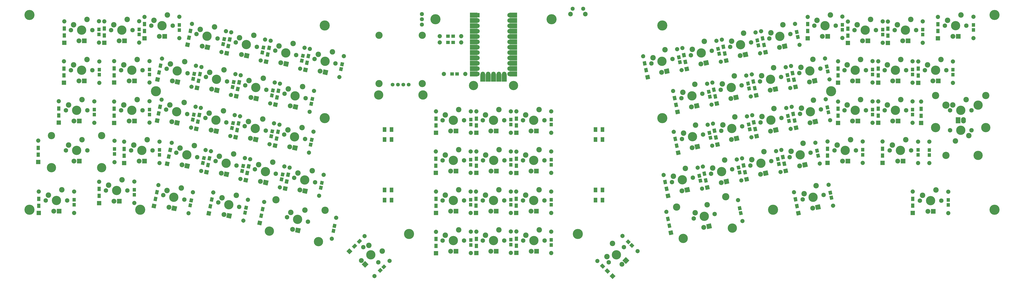
<source format=gts>
G04 #@! TF.GenerationSoftware,KiCad,Pcbnew,(5.1.6)-1*
G04 #@! TF.CreationDate,2020-12-27T00:59:08+01:00*
G04 #@! TF.ProjectId,middle,6d696464-6c65-42e6-9b69-6361645f7063,rev?*
G04 #@! TF.SameCoordinates,Original*
G04 #@! TF.FileFunction,Soldermask,Top*
G04 #@! TF.FilePolarity,Negative*
%FSLAX46Y46*%
G04 Gerber Fmt 4.6, Leading zero omitted, Abs format (unit mm)*
G04 Created by KiCad (PCBNEW (5.1.6)-1) date 2020-12-27 00:59:08*
%MOMM*%
%LPD*%
G01*
G04 APERTURE LIST*
%ADD10C,2.305000*%
%ADD11C,0.100000*%
%ADD12C,2.600000*%
%ADD13C,4.400000*%
%ADD14C,2.100000*%
%ADD15C,3.450000*%
%ADD16R,1.600000X2.000000*%
%ADD17O,2.000000X2.000000*%
%ADD18R,2.000000X2.000000*%
%ADD19R,2.305000X2.305000*%
%ADD20C,4.387800*%
%ADD21C,3.448000*%
%ADD22C,2.000000*%
%ADD23C,1.100000*%
%ADD24C,4.800000*%
%ADD25R,2.400000X3.650000*%
%ADD26R,3.650000X2.400000*%
%ADD27C,2.152600*%
%ADD28R,2.152600X2.152600*%
%ADD29R,1.800000X2.200000*%
%ADD30R,1.600000X1.800000*%
%ADD31C,3.400000*%
%ADD32C,1.797000*%
%ADD33C,1.924000*%
%ADD34C,2.200000*%
%ADD35R,1.800000X1.600000*%
G04 APERTURE END LIST*
D10*
X193662561Y-145674942D03*
D11*
G36*
X194780123Y-147090735D02*
G01*
X195259359Y-144836105D01*
X197513989Y-145315341D01*
X197034753Y-147569971D01*
X194780123Y-147090735D01*
G37*
D12*
X199501686Y-136529106D03*
X192762353Y-137693362D03*
D13*
X195961000Y-140970000D03*
D14*
X190992010Y-139913809D03*
X200929990Y-142026191D03*
D13*
X205887764Y-151504085D03*
X182607851Y-146555787D03*
D15*
X185776425Y-131648818D03*
X209056338Y-136597116D03*
D16*
X73024600Y-110253400D03*
D17*
X73024600Y-103543400D03*
D18*
X73024600Y-113703400D03*
D16*
X73024600Y-106993400D03*
D10*
X511595000Y-93545000D03*
D19*
X509055000Y-93545000D03*
D14*
X505245000Y-98625000D03*
D12*
X507785000Y-103705000D03*
X514135000Y-101165000D03*
D14*
X515405000Y-98625000D03*
D13*
X510325000Y-98625000D03*
D12*
X506515000Y-86560000D03*
D10*
X511595000Y-94180000D03*
D13*
X510325000Y-89100000D03*
D14*
X515405000Y-89100000D03*
D12*
X512865000Y-84020000D03*
D19*
X509055000Y-94180000D03*
D14*
X505245000Y-89100000D03*
D15*
X498425000Y-82100000D03*
X522225000Y-82100000D03*
D13*
X522225000Y-97340000D03*
X498425000Y-97340000D03*
D20*
X518589400Y-86683000D03*
X518589400Y-110559000D03*
D21*
X503349400Y-86683000D03*
X503349400Y-110559000D03*
D10*
X388563944Y-144733038D03*
D11*
G36*
X390160742Y-145571875D02*
G01*
X389681506Y-143317245D01*
X391936136Y-142838009D01*
X392415372Y-145092639D01*
X390160742Y-145571875D01*
G37*
D12*
X390178304Y-134002914D03*
X384495162Y-137807649D03*
D13*
X388750000Y-139500000D03*
D14*
X383781010Y-140556191D03*
X393718990Y-138443809D03*
D13*
X402103149Y-145085787D03*
X378823236Y-150034085D03*
D15*
X375654662Y-135127116D03*
X398934575Y-130178818D03*
D10*
X89966800Y-113258600D03*
D19*
X92506800Y-113258600D03*
D12*
X93776800Y-103098600D03*
X87426800Y-105638600D03*
D13*
X91236800Y-108178600D03*
D14*
X86156800Y-108178600D03*
X96316800Y-108178600D03*
D13*
X103136800Y-116418600D03*
X79336800Y-116418600D03*
D15*
X79336800Y-101178600D03*
X103136800Y-101178600D03*
D11*
G36*
X212918346Y-142996514D02*
G01*
X214483383Y-143329173D01*
X214109142Y-145089838D01*
X212544105Y-144757179D01*
X212918346Y-142996514D01*
G37*
G36*
G01*
X212420129Y-149188232D02*
X212420129Y-149188232D01*
G75*
G02*
X213190365Y-150374292I-207912J-978148D01*
G01*
X213190365Y-150374292D01*
G75*
G02*
X212004305Y-151144528I-978148J207912D01*
G01*
X212004305Y-151144528D01*
G75*
G02*
X211234069Y-149958468I207912J978148D01*
G01*
X211234069Y-149958468D01*
G75*
G02*
X212420129Y-149188232I978148J-207912D01*
G01*
G37*
D22*
X214324600Y-140228400D03*
D11*
G36*
X212419358Y-145344068D02*
G01*
X213984395Y-145676727D01*
X213610154Y-147437392D01*
X212045117Y-147104733D01*
X212419358Y-145344068D01*
G37*
D10*
X349785077Y-162274928D03*
D11*
G36*
X351581128Y-162108758D02*
G01*
X349951247Y-160478877D01*
X351581128Y-158848996D01*
X353211009Y-160478877D01*
X351581128Y-162108758D01*
G37*
D12*
X345294949Y-152396646D03*
X342600872Y-158682826D03*
D13*
X347091000Y-157784800D03*
D14*
X343498898Y-161376902D03*
X350683102Y-154192698D03*
D23*
X370066326Y-47711674D03*
X368899600Y-47228400D03*
X367732874Y-47711674D03*
X367249600Y-48878400D03*
X367732874Y-50045126D03*
X368899600Y-50528400D03*
X370066326Y-50045126D03*
X370549600Y-48878400D03*
D24*
X368899600Y-48878400D03*
D23*
X210066326Y-47711674D03*
X208899600Y-47228400D03*
X207732874Y-47711674D03*
X207249600Y-48878400D03*
X207732874Y-50045126D03*
X208899600Y-50528400D03*
X210066326Y-50045126D03*
X210549600Y-48878400D03*
D24*
X208899600Y-48878400D03*
D13*
X255399600Y-81878400D03*
X234399600Y-81878400D03*
D25*
X293928800Y-73753400D03*
X291388800Y-73753400D03*
X288848800Y-73753400D03*
X286308800Y-73753400D03*
X283768800Y-73753400D03*
D26*
X298246800Y-43908400D03*
X298246800Y-46448400D03*
X298246800Y-48988400D03*
X298246800Y-51528400D03*
X298246800Y-54068400D03*
X298246800Y-56608400D03*
X298246800Y-59148400D03*
X298246800Y-61688400D03*
X298246800Y-64228400D03*
X298246800Y-66768400D03*
X298246800Y-69308400D03*
X298246800Y-71848400D03*
X279450800Y-71848400D03*
X279450800Y-69308400D03*
X279450800Y-66768400D03*
X279450800Y-64228400D03*
X279450800Y-61688400D03*
X279450800Y-59148400D03*
X279450800Y-56608400D03*
X279450800Y-54068400D03*
X279450800Y-51528400D03*
X279450800Y-48988400D03*
X279450800Y-46448400D03*
X279450800Y-43908400D03*
D27*
X283768800Y-71848400D03*
X286308800Y-71848400D03*
X288848800Y-71848400D03*
X291388800Y-71848400D03*
X293928800Y-71848400D03*
X296468800Y-43908400D03*
X281228800Y-71848400D03*
X296468800Y-46448400D03*
X296468800Y-48988400D03*
X296468800Y-51528400D03*
X296468800Y-54068400D03*
X296468800Y-56608400D03*
X296468800Y-59148400D03*
X296468800Y-61688400D03*
X296468800Y-64228400D03*
X296468800Y-66768400D03*
X296468800Y-69308400D03*
X296468800Y-71848400D03*
X281228800Y-69308400D03*
X281228800Y-66768400D03*
X281228800Y-64228400D03*
X281228800Y-61688400D03*
X281228800Y-59148400D03*
X281228800Y-56608400D03*
X281228800Y-54068400D03*
X281228800Y-51528400D03*
X281228800Y-48988400D03*
X281228800Y-46448400D03*
D28*
X281228800Y-43908400D03*
D13*
X279399600Y-77378400D03*
X298399600Y-77378400D03*
D23*
X422566326Y-135211674D03*
X421399600Y-134728400D03*
X420232874Y-135211674D03*
X419749600Y-136378400D03*
X420232874Y-137545126D03*
X421399600Y-138028400D03*
X422566326Y-137545126D03*
X423049600Y-136378400D03*
D24*
X421399600Y-136378400D03*
D23*
X122566326Y-135211674D03*
X121399600Y-134728400D03*
X120232874Y-135211674D03*
X119749600Y-136378400D03*
X120232874Y-137545126D03*
X121399600Y-138028400D03*
X122566326Y-137545126D03*
X123049600Y-136378400D03*
D24*
X121399600Y-136378400D03*
D23*
X450084726Y-78944674D03*
X448918000Y-78461400D03*
X447751274Y-78944674D03*
X447268000Y-80111400D03*
X447751274Y-81278126D03*
X448918000Y-81761400D03*
X450084726Y-81278126D03*
X450568000Y-80111400D03*
D24*
X448918000Y-80111400D03*
D23*
X129984726Y-78944674D03*
X128818000Y-78461400D03*
X127651274Y-78944674D03*
X127168000Y-80111400D03*
X127651274Y-81278126D03*
X128818000Y-81761400D03*
X129984726Y-81278126D03*
X130468000Y-80111400D03*
D24*
X128818000Y-80111400D03*
D23*
X370015526Y-91711674D03*
X368848800Y-91228400D03*
X367682074Y-91711674D03*
X367198800Y-92878400D03*
X367682074Y-94045126D03*
X368848800Y-94528400D03*
X370015526Y-94045126D03*
X370498800Y-92878400D03*
D24*
X368848800Y-92878400D03*
D23*
X210015526Y-91711674D03*
X208848800Y-91228400D03*
X207682074Y-91711674D03*
X207198800Y-92878400D03*
X207682074Y-94045126D03*
X208848800Y-94528400D03*
X210015526Y-94045126D03*
X210498800Y-92878400D03*
D24*
X208848800Y-92878400D03*
D23*
X317566326Y-44711674D03*
X316399600Y-44228400D03*
X315232874Y-44711674D03*
X314749600Y-45878400D03*
X315232874Y-47045126D03*
X316399600Y-47528400D03*
X317566326Y-47045126D03*
X318049600Y-45878400D03*
D24*
X316399600Y-45878400D03*
D23*
X262566326Y-44711674D03*
X261399600Y-44228400D03*
X260232874Y-44711674D03*
X259749600Y-45878400D03*
X260232874Y-47045126D03*
X261399600Y-47528400D03*
X262566326Y-47045126D03*
X263049600Y-45878400D03*
D24*
X261399600Y-45878400D03*
D23*
X250015526Y-146711674D03*
X248848800Y-146228400D03*
X247682074Y-146711674D03*
X247198800Y-147878400D03*
X247682074Y-149045126D03*
X248848800Y-149528400D03*
X250015526Y-149045126D03*
X250498800Y-147878400D03*
D24*
X248848800Y-147878400D03*
D23*
X330015526Y-146711674D03*
X328848800Y-146228400D03*
X327682074Y-146711674D03*
X327198800Y-147878400D03*
X327682074Y-149045126D03*
X328848800Y-149528400D03*
X330015526Y-149045126D03*
X330498800Y-147878400D03*
D24*
X328848800Y-147878400D03*
D23*
X527566326Y-135211674D03*
X526399600Y-134728400D03*
X525232874Y-135211674D03*
X524749600Y-136378400D03*
X525232874Y-137545126D03*
X526399600Y-138028400D03*
X527566326Y-137545126D03*
X528049600Y-136378400D03*
D24*
X526399600Y-136378400D03*
D23*
X527566326Y-42711674D03*
X526399600Y-42228400D03*
X525232874Y-42711674D03*
X524749600Y-43878400D03*
X525232874Y-45045126D03*
X526399600Y-45528400D03*
X527566326Y-45045126D03*
X528049600Y-43878400D03*
D24*
X526399600Y-43878400D03*
D23*
X70066326Y-135211674D03*
X68899600Y-134728400D03*
X67732874Y-135211674D03*
X67249600Y-136378400D03*
X67732874Y-137545126D03*
X68899600Y-138028400D03*
X70066326Y-137545126D03*
X70549600Y-136378400D03*
D24*
X68899600Y-136378400D03*
D23*
X70066326Y-42711674D03*
X68899600Y-42228400D03*
X67732874Y-42711674D03*
X67249600Y-43878400D03*
X67732874Y-45045126D03*
X68899600Y-45528400D03*
X70066326Y-45045126D03*
X70549600Y-43878400D03*
D24*
X68899600Y-43878400D03*
D10*
X444730000Y-53980000D03*
D19*
X447270000Y-53980000D03*
D14*
X451080000Y-48900000D03*
X440920000Y-48900000D03*
D13*
X446000000Y-48900000D03*
D12*
X442190000Y-46360000D03*
X448540000Y-43820000D03*
D10*
X192290961Y-106457342D03*
D11*
G36*
X193408523Y-107873135D02*
G01*
X193887759Y-105618505D01*
X196142389Y-106097741D01*
X195663153Y-108352371D01*
X193408523Y-107873135D01*
G37*
D14*
X199558390Y-102808591D03*
X189620410Y-100696209D03*
D13*
X194589400Y-101752400D03*
D12*
X191390753Y-98475762D03*
X198130086Y-97311506D03*
D29*
X340549600Y-98250400D03*
X337249600Y-98250400D03*
X337249600Y-103050400D03*
X340549600Y-103050400D03*
X340549600Y-126978400D03*
X337249600Y-126978400D03*
X337249600Y-131778400D03*
X340549600Y-131778400D03*
X240549600Y-126978400D03*
X237249600Y-126978400D03*
X237249600Y-131778400D03*
X240549600Y-131778400D03*
X240549600Y-98250400D03*
X237249600Y-98250400D03*
X237249600Y-103050400D03*
X240549600Y-103050400D03*
D30*
X130518000Y-107911400D03*
D17*
X130518000Y-114171400D03*
D22*
X130518000Y-104011400D03*
D30*
X130518000Y-110311400D03*
D10*
X116179600Y-75158600D03*
D19*
X118719600Y-75158600D03*
D14*
X122529600Y-70078600D03*
X112369600Y-70078600D03*
D13*
X117449600Y-70078600D03*
D12*
X113639600Y-67538600D03*
X119989600Y-64998600D03*
D10*
X150787361Y-58654542D03*
D11*
G36*
X151904923Y-60070335D02*
G01*
X152384159Y-57815705D01*
X154638789Y-58294941D01*
X154159553Y-60549571D01*
X151904923Y-60070335D01*
G37*
D14*
X158054790Y-55005791D03*
X148116810Y-52893409D03*
D13*
X153085800Y-53949600D03*
D12*
X149887153Y-50672962D03*
X156626486Y-49508706D03*
D10*
X197066161Y-126954942D03*
D11*
G36*
X198183723Y-128370735D02*
G01*
X198662959Y-126116105D01*
X200917589Y-126595341D01*
X200438353Y-128849971D01*
X198183723Y-128370735D01*
G37*
D14*
X204333590Y-123306191D03*
X194395610Y-121193809D03*
D13*
X199364600Y-122250000D03*
D12*
X196165953Y-118973362D03*
X202905286Y-117809106D03*
D16*
X261618000Y-96361400D03*
D17*
X261618000Y-89651400D03*
D18*
X261618000Y-99811400D03*
D16*
X261618000Y-93101400D03*
D10*
X287629600Y-156108400D03*
D19*
X290169600Y-156108400D03*
D14*
X293979600Y-151028400D03*
X283819600Y-151028400D03*
D13*
X288899600Y-151028400D03*
D12*
X285089600Y-148488400D03*
X291439600Y-145948400D03*
D11*
G36*
X446159217Y-87012173D02*
G01*
X447724254Y-86679514D01*
X448098495Y-88440179D01*
X446533458Y-88772838D01*
X446159217Y-87012173D01*
G37*
G36*
G01*
X448222471Y-92871232D02*
X448222471Y-92871232D01*
G75*
G02*
X449408531Y-93641468I207912J-978148D01*
G01*
X449408531Y-93641468D01*
G75*
G02*
X448638295Y-94827528I-978148J-207912D01*
G01*
X448638295Y-94827528D01*
G75*
G02*
X447452235Y-94057292I-207912J978148D01*
G01*
X447452235Y-94057292D01*
G75*
G02*
X448222471Y-92871232I978148J207912D01*
G01*
G37*
D22*
X446318000Y-83911400D03*
D11*
G36*
X446658205Y-89359727D02*
G01*
X448223242Y-89027068D01*
X448597483Y-90787733D01*
X447032446Y-91120392D01*
X446658205Y-89359727D01*
G37*
D10*
X420013944Y-79608038D03*
D11*
G36*
X421610742Y-80446875D02*
G01*
X421131506Y-78192245D01*
X423386136Y-77713009D01*
X423865372Y-79967639D01*
X421610742Y-80446875D01*
G37*
D14*
X425168990Y-73318809D03*
X415231010Y-75431191D03*
D13*
X420200000Y-74375000D03*
D12*
X415945162Y-72682649D03*
X421628304Y-68877914D03*
D10*
X494766600Y-137109200D03*
D19*
X497306600Y-137109200D03*
D12*
X498576600Y-126949200D03*
X492226600Y-129489200D03*
D13*
X496036600Y-132029200D03*
D14*
X490956600Y-132029200D03*
X501116600Y-132029200D03*
D10*
X424413944Y-59233038D03*
D11*
G36*
X426010742Y-60071875D02*
G01*
X425531506Y-57817245D01*
X427786136Y-57338009D01*
X428265372Y-59592639D01*
X426010742Y-60071875D01*
G37*
D14*
X429568990Y-52943809D03*
X419631010Y-55056191D03*
D13*
X424600000Y-54000000D03*
D12*
X420345162Y-52307649D03*
X426028304Y-48502914D03*
D10*
X497154200Y-75184000D03*
D19*
X499694200Y-75184000D03*
D14*
X503504200Y-70104000D03*
X493344200Y-70104000D03*
D13*
X498424200Y-70104000D03*
D12*
X494614200Y-67564000D03*
X500964200Y-65024000D03*
D10*
X463804000Y-56083200D03*
D19*
X466344000Y-56083200D03*
D14*
X470154000Y-51003200D03*
X459994000Y-51003200D03*
D13*
X465074000Y-51003200D03*
D12*
X461264000Y-48463200D03*
X467614000Y-45923200D03*
D31*
X234575000Y-53478400D03*
X234575000Y-76478400D03*
X255075000Y-53478400D03*
D32*
X248635000Y-76978400D03*
X241015000Y-76978400D03*
X243555000Y-76978400D03*
X246095000Y-76978400D03*
D31*
X255075000Y-76478400D03*
D10*
X287655000Y-118008400D03*
D19*
X290195000Y-118008400D03*
D14*
X294005000Y-112928400D03*
X283845000Y-112928400D03*
D13*
X288925000Y-112928400D03*
D12*
X285115000Y-110388400D03*
X291465000Y-107848400D03*
D10*
X206701561Y-70541742D03*
D11*
G36*
X207819123Y-71957535D02*
G01*
X208298359Y-69702905D01*
X210552989Y-70182141D01*
X210073753Y-72436771D01*
X207819123Y-71957535D01*
G37*
D14*
X213968990Y-66892991D03*
X204031010Y-64780609D03*
D13*
X209000000Y-65836800D03*
D12*
X205801353Y-62560162D03*
X212540686Y-61395906D03*
D11*
G36*
X216511746Y-66179514D02*
G01*
X218076783Y-66512173D01*
X217702542Y-68272838D01*
X216137505Y-67940179D01*
X216511746Y-66179514D01*
G37*
G36*
G01*
X216013529Y-72371232D02*
X216013529Y-72371232D01*
G75*
G02*
X216783765Y-73557292I-207912J-978148D01*
G01*
X216783765Y-73557292D01*
G75*
G02*
X215597705Y-74327528I-978148J207912D01*
G01*
X215597705Y-74327528D01*
G75*
G02*
X214827469Y-73141468I207912J978148D01*
G01*
X214827469Y-73141468D01*
G75*
G02*
X216013529Y-72371232I978148J-207912D01*
G01*
G37*
D22*
X217918000Y-63411400D03*
D11*
G36*
X216012758Y-68527068D02*
G01*
X217577795Y-68859727D01*
X217203554Y-70620392D01*
X215638517Y-70287733D01*
X216012758Y-68527068D01*
G37*
G36*
X160611746Y-54279514D02*
G01*
X162176783Y-54612173D01*
X161802542Y-56372838D01*
X160237505Y-56040179D01*
X160611746Y-54279514D01*
G37*
G36*
G01*
X160113529Y-60471232D02*
X160113529Y-60471232D01*
G75*
G02*
X160883765Y-61657292I-207912J-978148D01*
G01*
X160883765Y-61657292D01*
G75*
G02*
X159697705Y-62427528I-978148J207912D01*
G01*
X159697705Y-62427528D01*
G75*
G02*
X158927469Y-61241468I207912J978148D01*
G01*
X158927469Y-61241468D01*
G75*
G02*
X160113529Y-60471232I978148J-207912D01*
G01*
G37*
D22*
X162018000Y-51511400D03*
D11*
G36*
X160112758Y-56627068D02*
G01*
X161677795Y-56959727D01*
X161303554Y-58720392D01*
X159738517Y-58387733D01*
X160112758Y-56627068D01*
G37*
D10*
X440199144Y-135662038D03*
D11*
G36*
X441795942Y-136500875D02*
G01*
X441316706Y-134246245D01*
X443571336Y-133767009D01*
X444050572Y-136021639D01*
X441795942Y-136500875D01*
G37*
D12*
X441813504Y-124931914D03*
X436130362Y-128736649D03*
D13*
X440385200Y-130429000D03*
D14*
X435416210Y-131485191D03*
X445354190Y-129372809D03*
D10*
X480480000Y-113280000D03*
D19*
X483020000Y-113280000D03*
D12*
X484290000Y-103120000D03*
X477940000Y-105660000D03*
D13*
X481750000Y-108200000D03*
D14*
X476670000Y-108200000D03*
X486830000Y-108200000D03*
D10*
X226218072Y-160478877D03*
D11*
G36*
X226384242Y-162274928D02*
G01*
X228014123Y-160645047D01*
X229644004Y-162274928D01*
X228014123Y-163904809D01*
X226384242Y-162274928D01*
G37*
D12*
X236096354Y-155988749D03*
X229810174Y-153294672D03*
D13*
X230708200Y-157784800D03*
D14*
X227116098Y-154192698D03*
X234300302Y-161376902D03*
D10*
X135039361Y-135184742D03*
D11*
G36*
X136156923Y-136600535D02*
G01*
X136636159Y-134345905D01*
X138890789Y-134825141D01*
X138411553Y-137079771D01*
X136156923Y-136600535D01*
G37*
D12*
X140878486Y-126038906D03*
X134139153Y-127203162D03*
D13*
X137337800Y-130479800D03*
D14*
X132368810Y-129423609D03*
X142306790Y-131535991D03*
D10*
X108991400Y-132308600D03*
D19*
X111531400Y-132308600D03*
D12*
X112801400Y-122148600D03*
X106451400Y-124688600D03*
D13*
X110261400Y-127228600D03*
D14*
X105181400Y-127228600D03*
X115341400Y-127228600D03*
D10*
X80416400Y-137083800D03*
D19*
X82956400Y-137083800D03*
D12*
X84226400Y-126923800D03*
X77876400Y-129463800D03*
D13*
X81686400Y-132003800D03*
D14*
X76606400Y-132003800D03*
X86766400Y-132003800D03*
D10*
X89980000Y-94183200D03*
D19*
X92520000Y-94183200D03*
D12*
X93790000Y-84023200D03*
X87440000Y-86563200D03*
D13*
X91250000Y-89103200D03*
D14*
X86170000Y-89103200D03*
X96330000Y-89103200D03*
D10*
X92329000Y-75184000D03*
D19*
X94869000Y-75184000D03*
D12*
X96139000Y-65024000D03*
X89789000Y-67564000D03*
D13*
X93599000Y-70104000D03*
D14*
X88519000Y-70104000D03*
X98679000Y-70104000D03*
D10*
X306705000Y-156108400D03*
D19*
X309245000Y-156108400D03*
D14*
X313055000Y-151028400D03*
X302895000Y-151028400D03*
D13*
X307975000Y-151028400D03*
D12*
X304165000Y-148488400D03*
X310515000Y-145948400D03*
D10*
X454279000Y-113280000D03*
D19*
X456819000Y-113280000D03*
D14*
X460629000Y-108200000D03*
X450469000Y-108200000D03*
D13*
X455549000Y-108200000D03*
D12*
X451739000Y-105660000D03*
X458089000Y-103120000D03*
D10*
X434026944Y-115570638D03*
D11*
G36*
X435623742Y-116409475D02*
G01*
X435144506Y-114154845D01*
X437399136Y-113675609D01*
X437878372Y-115930239D01*
X435623742Y-116409475D01*
G37*
D14*
X439181990Y-109281409D03*
X429244010Y-111393791D03*
D13*
X434213000Y-110337600D03*
D12*
X429958162Y-108645249D03*
X435641304Y-104840514D03*
D10*
X415413944Y-119533038D03*
D11*
G36*
X417010742Y-120371875D02*
G01*
X416531506Y-118117245D01*
X418786136Y-117638009D01*
X419265372Y-119892639D01*
X417010742Y-120371875D01*
G37*
D14*
X420568990Y-113243809D03*
X410631010Y-115356191D03*
D13*
X415600000Y-114300000D03*
D12*
X411345162Y-112607649D03*
X417028304Y-108802914D03*
D10*
X396813944Y-123483038D03*
D11*
G36*
X398410742Y-124321875D02*
G01*
X397931506Y-122067245D01*
X400186136Y-121588009D01*
X400665372Y-123842639D01*
X398410742Y-124321875D01*
G37*
D14*
X401968990Y-117193809D03*
X392031010Y-119306191D03*
D13*
X397000000Y-118250000D03*
D12*
X392745162Y-116557649D03*
X398428304Y-112752914D03*
D10*
X478105000Y-94230000D03*
D19*
X480645000Y-94230000D03*
D14*
X484455000Y-89150000D03*
X474295000Y-89150000D03*
D13*
X479375000Y-89150000D03*
D12*
X475565000Y-86610000D03*
X481915000Y-84070000D03*
D10*
X459080000Y-94205000D03*
D19*
X461620000Y-94205000D03*
D14*
X465430000Y-89125000D03*
X455270000Y-89125000D03*
D13*
X460350000Y-89125000D03*
D12*
X456540000Y-86585000D03*
X462890000Y-84045000D03*
D10*
X438913944Y-95033038D03*
D11*
G36*
X440510742Y-95871875D02*
G01*
X440031506Y-93617245D01*
X442286136Y-93138009D01*
X442765372Y-95392639D01*
X440510742Y-95871875D01*
G37*
D14*
X444068990Y-88743809D03*
X434131010Y-90856191D03*
D13*
X439100000Y-89800000D03*
D12*
X434845162Y-88107649D03*
X440528304Y-84302914D03*
D10*
X420213944Y-99033038D03*
D11*
G36*
X421810742Y-99871875D02*
G01*
X421331506Y-97617245D01*
X423586136Y-97138009D01*
X424065372Y-99392639D01*
X421810742Y-99871875D01*
G37*
D14*
X425368990Y-92743809D03*
X415431010Y-94856191D03*
D13*
X420400000Y-93800000D03*
D12*
X416145162Y-92107649D03*
X421828304Y-88302914D03*
D10*
X478104200Y-75158600D03*
D19*
X480644200Y-75158600D03*
D14*
X484454200Y-70078600D03*
X474294200Y-70078600D03*
D13*
X479374200Y-70078600D03*
D12*
X475564200Y-67538600D03*
X481914200Y-64998600D03*
D10*
X459079600Y-75158600D03*
D19*
X461619600Y-75158600D03*
D14*
X465429600Y-70078600D03*
X455269600Y-70078600D03*
D13*
X460349600Y-70078600D03*
D12*
X456539600Y-67538600D03*
X462889600Y-64998600D03*
D10*
X438638944Y-75658038D03*
D11*
G36*
X440235742Y-76496875D02*
G01*
X439756506Y-74242245D01*
X442011136Y-73763009D01*
X442490372Y-76017639D01*
X440235742Y-76496875D01*
G37*
D14*
X443793990Y-69368809D03*
X433856010Y-71481191D03*
D13*
X438825000Y-70425000D03*
D12*
X434570162Y-68732649D03*
X440253304Y-64927914D03*
D10*
X306654200Y-137033000D03*
D19*
X309194200Y-137033000D03*
D14*
X313004200Y-131953000D03*
X302844200Y-131953000D03*
D13*
X307924200Y-131953000D03*
D12*
X304114200Y-129413000D03*
X310464200Y-126873000D03*
D10*
X306654200Y-118008400D03*
D19*
X309194200Y-118008400D03*
D14*
X313004200Y-112928400D03*
X302844200Y-112928400D03*
D13*
X307924200Y-112928400D03*
D12*
X304114200Y-110388400D03*
X310464200Y-107848400D03*
D10*
X268579600Y-156108400D03*
D19*
X271119600Y-156108400D03*
D14*
X274929600Y-151028400D03*
X264769600Y-151028400D03*
D13*
X269849600Y-151028400D03*
D12*
X266039600Y-148488400D03*
X272389600Y-145948400D03*
D10*
X161074361Y-138704942D03*
D11*
G36*
X162191923Y-140120735D02*
G01*
X162671159Y-137866105D01*
X164925789Y-138345341D01*
X164446553Y-140599971D01*
X162191923Y-140120735D01*
G37*
D14*
X168341790Y-135056191D03*
X158403810Y-132943809D03*
D13*
X163372800Y-134000000D03*
D12*
X160174153Y-130723362D03*
X166913486Y-129559106D03*
D10*
X378213944Y-127433038D03*
D11*
G36*
X379810742Y-128271875D02*
G01*
X379331506Y-126017245D01*
X381586136Y-125538009D01*
X382065372Y-127792639D01*
X379810742Y-128271875D01*
G37*
D14*
X383368990Y-121143809D03*
X373431010Y-123256191D03*
D13*
X378400000Y-122200000D03*
D12*
X374145162Y-120507649D03*
X379828304Y-116702914D03*
D10*
X306654200Y-98933000D03*
D19*
X309194200Y-98933000D03*
D14*
X313004200Y-93853000D03*
X302844200Y-93853000D03*
D13*
X307924200Y-93853000D03*
D12*
X304114200Y-91313000D03*
X310464200Y-88773000D03*
D10*
X287604200Y-137058400D03*
D19*
X290144200Y-137058400D03*
D14*
X293954200Y-131978400D03*
X283794200Y-131978400D03*
D13*
X288874200Y-131978400D03*
D12*
X285064200Y-129438400D03*
X291414200Y-126898400D03*
D10*
X268554200Y-137058400D03*
D19*
X271094200Y-137058400D03*
D14*
X274904200Y-131978400D03*
X264744200Y-131978400D03*
D13*
X269824200Y-131978400D03*
D12*
X266014200Y-129438400D03*
X272364200Y-126898400D03*
D10*
X178422561Y-122954942D03*
D11*
G36*
X179540123Y-124370735D02*
G01*
X180019359Y-122116105D01*
X182273989Y-122595341D01*
X181794753Y-124849971D01*
X179540123Y-124370735D01*
G37*
D14*
X185689990Y-119306191D03*
X175752010Y-117193809D03*
D13*
X180721000Y-118250000D03*
D12*
X177522353Y-114973362D03*
X184261686Y-113809106D03*
D10*
X159804361Y-119004942D03*
D11*
G36*
X160921923Y-120420735D02*
G01*
X161401159Y-118166105D01*
X163655789Y-118645341D01*
X163176553Y-120899971D01*
X160921923Y-120420735D01*
G37*
D14*
X167071790Y-115356191D03*
X157133810Y-113243809D03*
D13*
X162102800Y-114300000D03*
D12*
X158904153Y-111023362D03*
X165643486Y-109859106D03*
D10*
X141186161Y-115042542D03*
D11*
G36*
X142303723Y-116458335D02*
G01*
X142782959Y-114203705D01*
X145037589Y-114682941D01*
X144558353Y-116937571D01*
X142303723Y-116458335D01*
G37*
D14*
X148453590Y-111393791D03*
X138515610Y-109281409D03*
D13*
X143484600Y-110337600D03*
D12*
X140285953Y-107060962D03*
X147025286Y-105896706D03*
D10*
X120904000Y-113284000D03*
D19*
X123444000Y-113284000D03*
D14*
X127254000Y-108204000D03*
X117094000Y-108204000D03*
D13*
X122174000Y-108204000D03*
D12*
X118364000Y-105664000D03*
X124714000Y-103124000D03*
D10*
X401613944Y-103033038D03*
D11*
G36*
X403210742Y-103871875D02*
G01*
X402731506Y-101617245D01*
X404986136Y-101138009D01*
X405465372Y-103392639D01*
X403210742Y-103871875D01*
G37*
D14*
X406768990Y-96743809D03*
X396831010Y-98856191D03*
D13*
X401800000Y-97800000D03*
D12*
X397545162Y-96107649D03*
X403228304Y-92302914D03*
D10*
X383013944Y-106933038D03*
D11*
G36*
X384610742Y-107771875D02*
G01*
X384131506Y-105517245D01*
X386386136Y-105038009D01*
X386865372Y-107292639D01*
X384610742Y-107771875D01*
G37*
D14*
X388168990Y-100643809D03*
X378231010Y-102756191D03*
D13*
X383200000Y-101700000D03*
D12*
X378945162Y-100007649D03*
X384628304Y-96202914D03*
D10*
X268528800Y-118008400D03*
D19*
X271068800Y-118008400D03*
D14*
X274878800Y-112928400D03*
X264718800Y-112928400D03*
D13*
X269798800Y-112928400D03*
D12*
X265988800Y-110388400D03*
X272338800Y-107848400D03*
D10*
X173647361Y-102469542D03*
D11*
G36*
X174764923Y-103885335D02*
G01*
X175244159Y-101630705D01*
X177498789Y-102109941D01*
X177019553Y-104364571D01*
X174764923Y-103885335D01*
G37*
D14*
X180914790Y-98820791D03*
X170976810Y-96708409D03*
D13*
X175945800Y-97764600D03*
D12*
X172747153Y-94487962D03*
X179486486Y-93323706D03*
D10*
X154978361Y-98507142D03*
D11*
G36*
X156095923Y-99922935D02*
G01*
X156575159Y-97668305D01*
X158829789Y-98147541D01*
X158350553Y-100402171D01*
X156095923Y-99922935D01*
G37*
D14*
X162245790Y-94858391D03*
X152307810Y-92746009D03*
D13*
X157276800Y-93802200D03*
D12*
X154078153Y-90525562D03*
X160817486Y-89361306D03*
D10*
X136385561Y-94544742D03*
D11*
G36*
X137503123Y-95960535D02*
G01*
X137982359Y-93705905D01*
X140236989Y-94185141D01*
X139757753Y-96439771D01*
X137503123Y-95960535D01*
G37*
D14*
X143652990Y-90895991D03*
X133715010Y-88783609D03*
D13*
X138684000Y-89839800D03*
D12*
X135485353Y-86563162D03*
X142224686Y-85398906D03*
D10*
X116128800Y-94183200D03*
D19*
X118668800Y-94183200D03*
D14*
X122478800Y-89103200D03*
X112318800Y-89103200D03*
D13*
X117398800Y-89103200D03*
D12*
X113588800Y-86563200D03*
X119938800Y-84023200D03*
D10*
X401363944Y-83558038D03*
D11*
G36*
X402960742Y-84396875D02*
G01*
X402481506Y-82142245D01*
X404736136Y-81663009D01*
X405215372Y-83917639D01*
X402960742Y-84396875D01*
G37*
D14*
X406518990Y-77268809D03*
X396581010Y-79381191D03*
D13*
X401550000Y-78325000D03*
D12*
X397295162Y-76632649D03*
X402978304Y-72827914D03*
D10*
X382713944Y-87533038D03*
D11*
G36*
X384310742Y-88371875D02*
G01*
X383831506Y-86117245D01*
X386086136Y-85638009D01*
X386565372Y-87892639D01*
X384310742Y-88371875D01*
G37*
D14*
X387868990Y-81243809D03*
X377931010Y-83356191D03*
D13*
X382900000Y-82300000D03*
D12*
X378645162Y-80607649D03*
X384328304Y-76802914D03*
D10*
X287629600Y-98958400D03*
D19*
X290169600Y-98958400D03*
D14*
X293979600Y-93878400D03*
X283819600Y-93878400D03*
D13*
X288899600Y-93878400D03*
D12*
X285089600Y-91338400D03*
X291439600Y-88798400D03*
D10*
X268579600Y-98958400D03*
D19*
X271119600Y-98958400D03*
D14*
X274929600Y-93878400D03*
X264769600Y-93878400D03*
D13*
X269849600Y-93878400D03*
D12*
X266039600Y-91338400D03*
X272389600Y-88798400D03*
D10*
X192519561Y-87000942D03*
D11*
G36*
X193637123Y-88416735D02*
G01*
X194116359Y-86162105D01*
X196370989Y-86641341D01*
X195891753Y-88895971D01*
X193637123Y-88416735D01*
G37*
D14*
X199786990Y-83352191D03*
X189849010Y-81239809D03*
D13*
X194818000Y-82296000D03*
D12*
X191619353Y-79019362D03*
X198358686Y-77855106D03*
D10*
X506679200Y-54025800D03*
D19*
X509219200Y-54025800D03*
D14*
X513029200Y-48945800D03*
X502869200Y-48945800D03*
D13*
X507949200Y-48945800D03*
D12*
X504139200Y-46405800D03*
X510489200Y-43865800D03*
D10*
X173875961Y-83013142D03*
D11*
G36*
X174993523Y-84428935D02*
G01*
X175472759Y-82174305D01*
X177727389Y-82653541D01*
X177248153Y-84908171D01*
X174993523Y-84428935D01*
G37*
D14*
X181143390Y-79364391D03*
X171205410Y-77252009D03*
D13*
X176174400Y-78308200D03*
D12*
X172975753Y-75031562D03*
X179715086Y-73867306D03*
D10*
X482854000Y-56083200D03*
D19*
X485394000Y-56083200D03*
D14*
X489204000Y-51003200D03*
X479044000Y-51003200D03*
D13*
X484124000Y-51003200D03*
D12*
X480314000Y-48463200D03*
X486664000Y-45923200D03*
D10*
X155257761Y-79076142D03*
D11*
G36*
X156375323Y-80491935D02*
G01*
X156854559Y-78237305D01*
X159109189Y-78716541D01*
X158629953Y-80971171D01*
X156375323Y-80491935D01*
G37*
D14*
X162525190Y-75427391D03*
X152587210Y-73315009D03*
D13*
X157556200Y-74371200D03*
D12*
X154357553Y-71094562D03*
X161096886Y-69930306D03*
D10*
X136614161Y-75139142D03*
D11*
G36*
X137731723Y-76554935D02*
G01*
X138210959Y-74300305D01*
X140465589Y-74779541D01*
X139986353Y-77034171D01*
X137731723Y-76554935D01*
G37*
D14*
X143881590Y-71490391D03*
X133943610Y-69378009D03*
D13*
X138912600Y-70434200D03*
D12*
X135713953Y-67157562D03*
X142453286Y-65993306D03*
D10*
X405813944Y-63183038D03*
D11*
G36*
X407410742Y-64021875D02*
G01*
X406931506Y-61767245D01*
X409186136Y-61288009D01*
X409665372Y-63542639D01*
X407410742Y-64021875D01*
G37*
D14*
X410968990Y-56893809D03*
X401031010Y-59006191D03*
D13*
X406000000Y-57950000D03*
D12*
X401745162Y-56257649D03*
X407428304Y-52452914D03*
D10*
X387188944Y-67133038D03*
D11*
G36*
X388785742Y-67971875D02*
G01*
X388306506Y-65717245D01*
X390561136Y-65238009D01*
X391040372Y-67492639D01*
X388785742Y-67971875D01*
G37*
D14*
X392343990Y-60843809D03*
X382406010Y-62956191D03*
D13*
X387375000Y-61900000D03*
D12*
X383120162Y-60207649D03*
X388803304Y-56402914D03*
D10*
X368538944Y-71083038D03*
D11*
G36*
X370135742Y-71921875D02*
G01*
X369656506Y-69667245D01*
X371911136Y-69188009D01*
X372390372Y-71442639D01*
X370135742Y-71921875D01*
G37*
D14*
X373693990Y-64793809D03*
X363756010Y-66906191D03*
D13*
X368725000Y-65850000D03*
D12*
X364470162Y-64157649D03*
X370153304Y-60352914D03*
D10*
X188074561Y-66553942D03*
D11*
G36*
X189192123Y-67969735D02*
G01*
X189671359Y-65715105D01*
X191925989Y-66194341D01*
X191446753Y-68448971D01*
X189192123Y-67969735D01*
G37*
D14*
X195341990Y-62905191D03*
X185404010Y-60792809D03*
D13*
X190373000Y-61849000D03*
D12*
X187174353Y-58572362D03*
X193913686Y-57408106D03*
D10*
X169405561Y-62642342D03*
D11*
G36*
X170523123Y-64058135D02*
G01*
X171002359Y-61803505D01*
X173256989Y-62282741D01*
X172777753Y-64537371D01*
X170523123Y-64058135D01*
G37*
D14*
X176672990Y-58993591D03*
X166735010Y-56881209D03*
D13*
X171704000Y-57937400D03*
D12*
X168505353Y-54660762D03*
X175244686Y-53496506D03*
D10*
X130429000Y-54025800D03*
D19*
X132969000Y-54025800D03*
D14*
X136779000Y-48945800D03*
X126619000Y-48945800D03*
D13*
X131699000Y-48945800D03*
D12*
X127889000Y-46405800D03*
X134239000Y-43865800D03*
D10*
X111404400Y-56108600D03*
D19*
X113944400Y-56108600D03*
D14*
X117754400Y-51028600D03*
X107594400Y-51028600D03*
D13*
X112674400Y-51028600D03*
D12*
X108864400Y-48488600D03*
X115214400Y-45948600D03*
D10*
X92354400Y-56108600D03*
D19*
X94894400Y-56108600D03*
D14*
X98704400Y-51028600D03*
X88544400Y-51028600D03*
D13*
X93624400Y-51028600D03*
D12*
X89814400Y-48488600D03*
X96164400Y-45948600D03*
D33*
X326399600Y-40878400D03*
X331399600Y-40878400D03*
D34*
X325399600Y-43378400D03*
X332399600Y-43378400D03*
D30*
X504418000Y-131712800D03*
D17*
X504418000Y-137972800D03*
D22*
X504418000Y-127812800D03*
D30*
X504418000Y-134112800D03*
D11*
G36*
X447559217Y-127612173D02*
G01*
X449124254Y-127279514D01*
X449498495Y-129040179D01*
X447933458Y-129372838D01*
X447559217Y-127612173D01*
G37*
G36*
G01*
X449622471Y-133471232D02*
X449622471Y-133471232D01*
G75*
G02*
X450808531Y-134241468I207912J-978148D01*
G01*
X450808531Y-134241468D01*
G75*
G02*
X450038295Y-135427528I-978148J-207912D01*
G01*
X450038295Y-135427528D01*
G75*
G02*
X448852235Y-134657292I-207912J978148D01*
G01*
X448852235Y-134657292D01*
G75*
G02*
X449622471Y-133471232I978148J207912D01*
G01*
G37*
D22*
X447718000Y-124511400D03*
D11*
G36*
X448058205Y-129959727D02*
G01*
X449623242Y-129627068D01*
X449997483Y-131387733D01*
X448432446Y-131720392D01*
X448058205Y-129959727D01*
G37*
G36*
X404611057Y-134921913D02*
G01*
X406176094Y-134589254D01*
X406550335Y-136349919D01*
X404985298Y-136682578D01*
X404611057Y-134921913D01*
G37*
G36*
G01*
X406674311Y-140780972D02*
X406674311Y-140780972D01*
G75*
G02*
X407860371Y-141551208I207912J-978148D01*
G01*
X407860371Y-141551208D01*
G75*
G02*
X407090135Y-142737268I-978148J-207912D01*
G01*
X407090135Y-142737268D01*
G75*
G02*
X405904075Y-141967032I-207912J978148D01*
G01*
X405904075Y-141967032D01*
G75*
G02*
X406674311Y-140780972I978148J207912D01*
G01*
G37*
D22*
X404769840Y-131821140D03*
D11*
G36*
X405110045Y-137269467D02*
G01*
X406675082Y-136936808D01*
X407049323Y-138697473D01*
X405484286Y-139030132D01*
X405110045Y-137269467D01*
G37*
G36*
X351542234Y-151556405D02*
G01*
X352673605Y-150425034D01*
X353946398Y-151697827D01*
X352815027Y-152829198D01*
X351542234Y-151556405D01*
G37*
G36*
G01*
X356463698Y-155346498D02*
X356463698Y-155346498D01*
G75*
G02*
X357877912Y-155346498I707107J-707107D01*
G01*
X357877912Y-155346498D01*
G75*
G02*
X357877912Y-156760712I-707107J-707107D01*
G01*
X357877912Y-156760712D01*
G75*
G02*
X356463698Y-156760712I-707107J707107D01*
G01*
X356463698Y-156760712D01*
G75*
G02*
X356463698Y-155346498I707107J707107D01*
G01*
G37*
D22*
X349986600Y-148869400D03*
D11*
G36*
X353239291Y-153253462D02*
G01*
X354370662Y-152122091D01*
X355643455Y-153394884D01*
X354512084Y-154526255D01*
X353239291Y-153253462D01*
G37*
D30*
X316218000Y-150711400D03*
D17*
X316218000Y-156971400D03*
D22*
X316218000Y-146811400D03*
D30*
X316218000Y-153111400D03*
X490118000Y-107911400D03*
D17*
X490118000Y-114171400D03*
D22*
X490118000Y-104011400D03*
D30*
X490118000Y-110311400D03*
X463918000Y-107870298D03*
D17*
X463918000Y-114130298D03*
D22*
X463918000Y-103970298D03*
D30*
X463918000Y-110270298D03*
D11*
G36*
X441259217Y-107612173D02*
G01*
X442824254Y-107279514D01*
X443198495Y-109040179D01*
X441633458Y-109372838D01*
X441259217Y-107612173D01*
G37*
G36*
G01*
X443322471Y-113471232D02*
X443322471Y-113471232D01*
G75*
G02*
X444508531Y-114241468I207912J-978148D01*
G01*
X444508531Y-114241468D01*
G75*
G02*
X443738295Y-115427528I-978148J-207912D01*
G01*
X443738295Y-115427528D01*
G75*
G02*
X442552235Y-114657292I-207912J978148D01*
G01*
X442552235Y-114657292D01*
G75*
G02*
X443322471Y-113471232I978148J207912D01*
G01*
G37*
D22*
X441418000Y-104511400D03*
D11*
G36*
X441758205Y-109959727D02*
G01*
X443323242Y-109627068D01*
X443697483Y-111387733D01*
X442132446Y-111720392D01*
X441758205Y-109959727D01*
G37*
G36*
X422659217Y-111612173D02*
G01*
X424224254Y-111279514D01*
X424598495Y-113040179D01*
X423033458Y-113372838D01*
X422659217Y-111612173D01*
G37*
G36*
G01*
X424722471Y-117471232D02*
X424722471Y-117471232D01*
G75*
G02*
X425908531Y-118241468I207912J-978148D01*
G01*
X425908531Y-118241468D01*
G75*
G02*
X425138295Y-119427528I-978148J-207912D01*
G01*
X425138295Y-119427528D01*
G75*
G02*
X423952235Y-118657292I-207912J978148D01*
G01*
X423952235Y-118657292D01*
G75*
G02*
X424722471Y-117471232I978148J207912D01*
G01*
G37*
D22*
X422818000Y-108511400D03*
D11*
G36*
X423158205Y-113959727D02*
G01*
X424723242Y-113627068D01*
X425097483Y-115387733D01*
X423532446Y-115720392D01*
X423158205Y-113959727D01*
G37*
G36*
X404059217Y-115612173D02*
G01*
X405624254Y-115279514D01*
X405998495Y-117040179D01*
X404433458Y-117372838D01*
X404059217Y-115612173D01*
G37*
G36*
G01*
X406122471Y-121471232D02*
X406122471Y-121471232D01*
G75*
G02*
X407308531Y-122241468I207912J-978148D01*
G01*
X407308531Y-122241468D01*
G75*
G02*
X406538295Y-123427528I-978148J-207912D01*
G01*
X406538295Y-123427528D01*
G75*
G02*
X405352235Y-122657292I-207912J978148D01*
G01*
X405352235Y-122657292D01*
G75*
G02*
X406122471Y-121471232I978148J207912D01*
G01*
G37*
D22*
X404218000Y-112511400D03*
D11*
G36*
X404558205Y-117959727D02*
G01*
X406123242Y-117627068D01*
X406497483Y-119387733D01*
X404932446Y-119720392D01*
X404558205Y-117959727D01*
G37*
D30*
X495474600Y-107978400D03*
D17*
X495474600Y-114238400D03*
D22*
X495474600Y-104078400D03*
D30*
X495474600Y-110378400D03*
X487518000Y-88811400D03*
D17*
X487518000Y-95071400D03*
D22*
X487518000Y-84911400D03*
D30*
X487518000Y-91211400D03*
X468518000Y-88811400D03*
D17*
X468518000Y-95071400D03*
D22*
X468518000Y-84911400D03*
D30*
X468518000Y-91211400D03*
D11*
G36*
X427459217Y-91112173D02*
G01*
X429024254Y-90779514D01*
X429398495Y-92540179D01*
X427833458Y-92872838D01*
X427459217Y-91112173D01*
G37*
G36*
G01*
X429522471Y-96971232D02*
X429522471Y-96971232D01*
G75*
G02*
X430708531Y-97741468I207912J-978148D01*
G01*
X430708531Y-97741468D01*
G75*
G02*
X429938295Y-98927528I-978148J-207912D01*
G01*
X429938295Y-98927528D01*
G75*
G02*
X428752235Y-98157292I-207912J978148D01*
G01*
X428752235Y-98157292D01*
G75*
G02*
X429522471Y-96971232I978148J207912D01*
G01*
G37*
D22*
X427618000Y-88011400D03*
D11*
G36*
X427958205Y-93459727D02*
G01*
X429523242Y-93127068D01*
X429897483Y-94887733D01*
X428332446Y-95220392D01*
X427958205Y-93459727D01*
G37*
D30*
X506618000Y-69811400D03*
D17*
X506618000Y-76071400D03*
D22*
X506618000Y-65911400D03*
D30*
X506618000Y-72211400D03*
X487518000Y-69736800D03*
D17*
X487518000Y-75996800D03*
D22*
X487518000Y-65836800D03*
D30*
X487518000Y-72136800D03*
X468518000Y-69711400D03*
D17*
X468518000Y-75971400D03*
D22*
X468518000Y-65811400D03*
D30*
X468518000Y-72111400D03*
D11*
G36*
X445859217Y-67612173D02*
G01*
X447424254Y-67279514D01*
X447798495Y-69040179D01*
X446233458Y-69372838D01*
X445859217Y-67612173D01*
G37*
G36*
G01*
X447922471Y-73471232D02*
X447922471Y-73471232D01*
G75*
G02*
X449108531Y-74241468I207912J-978148D01*
G01*
X449108531Y-74241468D01*
G75*
G02*
X448338295Y-75427528I-978148J-207912D01*
G01*
X448338295Y-75427528D01*
G75*
G02*
X447152235Y-74657292I-207912J978148D01*
G01*
X447152235Y-74657292D01*
G75*
G02*
X447922471Y-73471232I978148J207912D01*
G01*
G37*
D22*
X446018000Y-64511400D03*
D11*
G36*
X446358205Y-69959727D02*
G01*
X447923242Y-69627068D01*
X448297483Y-71387733D01*
X446732446Y-71720392D01*
X446358205Y-69959727D01*
G37*
G36*
X427259217Y-71712173D02*
G01*
X428824254Y-71379514D01*
X429198495Y-73140179D01*
X427633458Y-73472838D01*
X427259217Y-71712173D01*
G37*
G36*
G01*
X429322471Y-77571232D02*
X429322471Y-77571232D01*
G75*
G02*
X430508531Y-78341468I207912J-978148D01*
G01*
X430508531Y-78341468D01*
G75*
G02*
X429738295Y-79527528I-978148J-207912D01*
G01*
X429738295Y-79527528D01*
G75*
G02*
X428552235Y-78757292I-207912J978148D01*
G01*
X428552235Y-78757292D01*
G75*
G02*
X429322471Y-77571232I978148J207912D01*
G01*
G37*
D22*
X427418000Y-68611400D03*
D11*
G36*
X427758205Y-74059727D02*
G01*
X429323242Y-73727068D01*
X429697483Y-75487733D01*
X428132446Y-75820392D01*
X427758205Y-74059727D01*
G37*
D30*
X316218000Y-131611400D03*
D17*
X316218000Y-137871400D03*
D22*
X316218000Y-127711400D03*
D30*
X316218000Y-134011400D03*
X316218000Y-112611400D03*
D17*
X316218000Y-118871400D03*
D22*
X316218000Y-108711400D03*
D30*
X316218000Y-115011400D03*
X297118000Y-150611400D03*
D17*
X297118000Y-156871400D03*
D22*
X297118000Y-146711400D03*
D30*
X297118000Y-153011400D03*
X278118000Y-150737400D03*
D17*
X278118000Y-156997400D03*
D22*
X278118000Y-146837400D03*
D30*
X278118000Y-153137400D03*
D11*
G36*
X236936595Y-162267034D02*
G01*
X238067966Y-163398405D01*
X236795173Y-164671198D01*
X235663802Y-163539827D01*
X236936595Y-162267034D01*
G37*
G36*
G01*
X233146502Y-167188498D02*
X233146502Y-167188498D01*
G75*
G02*
X233146502Y-168602712I-707107J-707107D01*
G01*
X233146502Y-168602712D01*
G75*
G02*
X231732288Y-168602712I-707107J707107D01*
G01*
X231732288Y-168602712D01*
G75*
G02*
X231732288Y-167188498I707107J707107D01*
G01*
X231732288Y-167188498D01*
G75*
G02*
X233146502Y-167188498I707107J-707107D01*
G01*
G37*
D22*
X239623600Y-160711400D03*
D11*
G36*
X235239538Y-163964091D02*
G01*
X236370909Y-165095462D01*
X235098116Y-166368255D01*
X233966745Y-165236884D01*
X235239538Y-163964091D01*
G37*
G36*
X171011746Y-134379514D02*
G01*
X172576783Y-134712173D01*
X172202542Y-136472838D01*
X170637505Y-136140179D01*
X171011746Y-134379514D01*
G37*
G36*
G01*
X170513529Y-140571232D02*
X170513529Y-140571232D01*
G75*
G02*
X171283765Y-141757292I-207912J-978148D01*
G01*
X171283765Y-141757292D01*
G75*
G02*
X170097705Y-142527528I-978148J207912D01*
G01*
X170097705Y-142527528D01*
G75*
G02*
X169327469Y-141341468I207912J978148D01*
G01*
X169327469Y-141341468D01*
G75*
G02*
X170513529Y-140571232I978148J-207912D01*
G01*
G37*
D22*
X172418000Y-131611400D03*
D11*
G36*
X170512758Y-136727068D02*
G01*
X172077795Y-137059727D01*
X171703554Y-138820392D01*
X170138517Y-138487733D01*
X170512758Y-136727068D01*
G37*
G36*
X145011746Y-130879514D02*
G01*
X146576783Y-131212173D01*
X146202542Y-132972838D01*
X144637505Y-132640179D01*
X145011746Y-130879514D01*
G37*
G36*
G01*
X144513529Y-137071232D02*
X144513529Y-137071232D01*
G75*
G02*
X145283765Y-138257292I-207912J-978148D01*
G01*
X145283765Y-138257292D01*
G75*
G02*
X144097705Y-139027528I-978148J207912D01*
G01*
X144097705Y-139027528D01*
G75*
G02*
X143327469Y-137841468I207912J978148D01*
G01*
X143327469Y-137841468D01*
G75*
G02*
X144513529Y-137071232I978148J-207912D01*
G01*
G37*
D22*
X146418000Y-128111400D03*
D11*
G36*
X144512758Y-133227068D02*
G01*
X146077795Y-133559727D01*
X145703554Y-135320392D01*
X144138517Y-134987733D01*
X144512758Y-133227068D01*
G37*
D30*
X118618000Y-126911400D03*
D17*
X118618000Y-133171400D03*
D22*
X118618000Y-123011400D03*
D30*
X118618000Y-129311400D03*
X90118000Y-131611400D03*
D17*
X90118000Y-137871400D03*
D22*
X90118000Y-127711400D03*
D30*
X90118000Y-134011400D03*
D11*
G36*
X385459217Y-119512173D02*
G01*
X387024254Y-119179514D01*
X387398495Y-120940179D01*
X385833458Y-121272838D01*
X385459217Y-119512173D01*
G37*
G36*
G01*
X387522471Y-125371232D02*
X387522471Y-125371232D01*
G75*
G02*
X388708531Y-126141468I207912J-978148D01*
G01*
X388708531Y-126141468D01*
G75*
G02*
X387938295Y-127327528I-978148J-207912D01*
G01*
X387938295Y-127327528D01*
G75*
G02*
X386752235Y-126557292I-207912J978148D01*
G01*
X386752235Y-126557292D01*
G75*
G02*
X387522471Y-125371232I978148J207912D01*
G01*
G37*
D22*
X385618000Y-116411400D03*
D11*
G36*
X385958205Y-121859727D02*
G01*
X387523242Y-121527068D01*
X387897483Y-123287733D01*
X386332446Y-123620392D01*
X385958205Y-121859727D01*
G37*
D30*
X316218000Y-93511400D03*
D17*
X316218000Y-99771400D03*
D22*
X316218000Y-89611400D03*
D30*
X316218000Y-95911400D03*
X297118000Y-131611400D03*
D17*
X297118000Y-137871400D03*
D22*
X297118000Y-127711400D03*
D30*
X297118000Y-134011400D03*
X278018000Y-131611400D03*
D17*
X278018000Y-137871400D03*
D22*
X278018000Y-127711400D03*
D30*
X278018000Y-134011400D03*
D11*
G36*
X206911746Y-122554514D02*
G01*
X208476783Y-122887173D01*
X208102542Y-124647838D01*
X206537505Y-124315179D01*
X206911746Y-122554514D01*
G37*
G36*
G01*
X206413529Y-128746232D02*
X206413529Y-128746232D01*
G75*
G02*
X207183765Y-129932292I-207912J-978148D01*
G01*
X207183765Y-129932292D01*
G75*
G02*
X205997705Y-130702528I-978148J207912D01*
G01*
X205997705Y-130702528D01*
G75*
G02*
X205227469Y-129516468I207912J978148D01*
G01*
X205227469Y-129516468D01*
G75*
G02*
X206413529Y-128746232I978148J-207912D01*
G01*
G37*
D22*
X208318000Y-119786400D03*
D11*
G36*
X206412758Y-124902068D02*
G01*
X207977795Y-125234727D01*
X207603554Y-126995392D01*
X206038517Y-126662733D01*
X206412758Y-124902068D01*
G37*
G36*
X188311746Y-118579514D02*
G01*
X189876783Y-118912173D01*
X189502542Y-120672838D01*
X187937505Y-120340179D01*
X188311746Y-118579514D01*
G37*
G36*
G01*
X187813529Y-124771232D02*
X187813529Y-124771232D01*
G75*
G02*
X188583765Y-125957292I-207912J-978148D01*
G01*
X188583765Y-125957292D01*
G75*
G02*
X187397705Y-126727528I-978148J207912D01*
G01*
X187397705Y-126727528D01*
G75*
G02*
X186627469Y-125541468I207912J978148D01*
G01*
X186627469Y-125541468D01*
G75*
G02*
X187813529Y-124771232I978148J-207912D01*
G01*
G37*
D22*
X189718000Y-115811400D03*
D11*
G36*
X187812758Y-120927068D02*
G01*
X189377795Y-121259727D01*
X189003554Y-123020392D01*
X187438517Y-122687733D01*
X187812758Y-120927068D01*
G37*
G36*
X169611746Y-114579514D02*
G01*
X171176783Y-114912173D01*
X170802542Y-116672838D01*
X169237505Y-116340179D01*
X169611746Y-114579514D01*
G37*
G36*
G01*
X169113529Y-120771232D02*
X169113529Y-120771232D01*
G75*
G02*
X169883765Y-121957292I-207912J-978148D01*
G01*
X169883765Y-121957292D01*
G75*
G02*
X168697705Y-122727528I-978148J207912D01*
G01*
X168697705Y-122727528D01*
G75*
G02*
X167927469Y-121541468I207912J978148D01*
G01*
X167927469Y-121541468D01*
G75*
G02*
X169113529Y-120771232I978148J-207912D01*
G01*
G37*
D22*
X171018000Y-111811400D03*
D11*
G36*
X169112758Y-116927068D02*
G01*
X170677795Y-117259727D01*
X170303554Y-119020392D01*
X168738517Y-118687733D01*
X169112758Y-116927068D01*
G37*
G36*
X151011746Y-110779514D02*
G01*
X152576783Y-111112173D01*
X152202542Y-112872838D01*
X150637505Y-112540179D01*
X151011746Y-110779514D01*
G37*
G36*
G01*
X150513529Y-116971232D02*
X150513529Y-116971232D01*
G75*
G02*
X151283765Y-118157292I-207912J-978148D01*
G01*
X151283765Y-118157292D01*
G75*
G02*
X150097705Y-118927528I-978148J207912D01*
G01*
X150097705Y-118927528D01*
G75*
G02*
X149327469Y-117741468I207912J978148D01*
G01*
X149327469Y-117741468D01*
G75*
G02*
X150513529Y-116971232I978148J-207912D01*
G01*
G37*
D22*
X152418000Y-108011400D03*
D11*
G36*
X150512758Y-113127068D02*
G01*
X152077795Y-113459727D01*
X151703554Y-115220392D01*
X150138517Y-114887733D01*
X150512758Y-113127068D01*
G37*
D30*
X109174600Y-107503400D03*
D17*
X109174600Y-113763400D03*
D22*
X109174600Y-103603400D03*
D30*
X109174600Y-109903400D03*
D11*
G36*
X408859217Y-95112173D02*
G01*
X410424254Y-94779514D01*
X410798495Y-96540179D01*
X409233458Y-96872838D01*
X408859217Y-95112173D01*
G37*
G36*
G01*
X410922471Y-100971232D02*
X410922471Y-100971232D01*
G75*
G02*
X412108531Y-101741468I207912J-978148D01*
G01*
X412108531Y-101741468D01*
G75*
G02*
X411338295Y-102927528I-978148J-207912D01*
G01*
X411338295Y-102927528D01*
G75*
G02*
X410152235Y-102157292I-207912J978148D01*
G01*
X410152235Y-102157292D01*
G75*
G02*
X410922471Y-100971232I978148J207912D01*
G01*
G37*
D22*
X409018000Y-92011400D03*
D11*
G36*
X409358205Y-97459727D02*
G01*
X410923242Y-97127068D01*
X411297483Y-98887733D01*
X409732446Y-99220392D01*
X409358205Y-97459727D01*
G37*
G36*
X390259217Y-99112173D02*
G01*
X391824254Y-98779514D01*
X392198495Y-100540179D01*
X390633458Y-100872838D01*
X390259217Y-99112173D01*
G37*
G36*
G01*
X392322471Y-104971232D02*
X392322471Y-104971232D01*
G75*
G02*
X393508531Y-105741468I207912J-978148D01*
G01*
X393508531Y-105741468D01*
G75*
G02*
X392738295Y-106927528I-978148J-207912D01*
G01*
X392738295Y-106927528D01*
G75*
G02*
X391552235Y-106157292I-207912J978148D01*
G01*
X391552235Y-106157292D01*
G75*
G02*
X392322471Y-104971232I978148J207912D01*
G01*
G37*
D22*
X390418000Y-96011400D03*
D11*
G36*
X390758205Y-101459727D02*
G01*
X392323242Y-101127068D01*
X392697483Y-102887733D01*
X391132446Y-103220392D01*
X390758205Y-101459727D01*
G37*
D30*
X297118000Y-112611400D03*
D17*
X297118000Y-118871400D03*
D22*
X297118000Y-108711400D03*
D30*
X297118000Y-115011400D03*
X278018000Y-112611400D03*
D17*
X278018000Y-118871400D03*
D22*
X278018000Y-108711400D03*
D30*
X278018000Y-115011400D03*
D11*
G36*
X202111746Y-102079514D02*
G01*
X203676783Y-102412173D01*
X203302542Y-104172838D01*
X201737505Y-103840179D01*
X202111746Y-102079514D01*
G37*
G36*
G01*
X201613529Y-108271232D02*
X201613529Y-108271232D01*
G75*
G02*
X202383765Y-109457292I-207912J-978148D01*
G01*
X202383765Y-109457292D01*
G75*
G02*
X201197705Y-110227528I-978148J207912D01*
G01*
X201197705Y-110227528D01*
G75*
G02*
X200427469Y-109041468I207912J978148D01*
G01*
X200427469Y-109041468D01*
G75*
G02*
X201613529Y-108271232I978148J-207912D01*
G01*
G37*
D22*
X203518000Y-99311400D03*
D11*
G36*
X201612758Y-104427068D02*
G01*
X203177795Y-104759727D01*
X202803554Y-106520392D01*
X201238517Y-106187733D01*
X201612758Y-104427068D01*
G37*
G36*
X183411746Y-98079514D02*
G01*
X184976783Y-98412173D01*
X184602542Y-100172838D01*
X183037505Y-99840179D01*
X183411746Y-98079514D01*
G37*
G36*
G01*
X182913529Y-104271232D02*
X182913529Y-104271232D01*
G75*
G02*
X183683765Y-105457292I-207912J-978148D01*
G01*
X183683765Y-105457292D01*
G75*
G02*
X182497705Y-106227528I-978148J207912D01*
G01*
X182497705Y-106227528D01*
G75*
G02*
X181727469Y-105041468I207912J978148D01*
G01*
X181727469Y-105041468D01*
G75*
G02*
X182913529Y-104271232I978148J-207912D01*
G01*
G37*
D22*
X184818000Y-95311400D03*
D11*
G36*
X182912758Y-100427068D02*
G01*
X184477795Y-100759727D01*
X184103554Y-102520392D01*
X182538517Y-102187733D01*
X182912758Y-100427068D01*
G37*
G36*
X164811746Y-94179514D02*
G01*
X166376783Y-94512173D01*
X166002542Y-96272838D01*
X164437505Y-95940179D01*
X164811746Y-94179514D01*
G37*
G36*
G01*
X164313529Y-100371232D02*
X164313529Y-100371232D01*
G75*
G02*
X165083765Y-101557292I-207912J-978148D01*
G01*
X165083765Y-101557292D01*
G75*
G02*
X163897705Y-102327528I-978148J207912D01*
G01*
X163897705Y-102327528D01*
G75*
G02*
X163127469Y-101141468I207912J978148D01*
G01*
X163127469Y-101141468D01*
G75*
G02*
X164313529Y-100371232I978148J-207912D01*
G01*
G37*
D22*
X166218000Y-91411400D03*
D11*
G36*
X164312758Y-96527068D02*
G01*
X165877795Y-96859727D01*
X165503554Y-98620392D01*
X163938517Y-98287733D01*
X164312758Y-96527068D01*
G37*
G36*
X146211746Y-90179514D02*
G01*
X147776783Y-90512173D01*
X147402542Y-92272838D01*
X145837505Y-91940179D01*
X146211746Y-90179514D01*
G37*
G36*
G01*
X145713529Y-96371232D02*
X145713529Y-96371232D01*
G75*
G02*
X146483765Y-97557292I-207912J-978148D01*
G01*
X146483765Y-97557292D01*
G75*
G02*
X145297705Y-98327528I-978148J207912D01*
G01*
X145297705Y-98327528D01*
G75*
G02*
X144527469Y-97141468I207912J978148D01*
G01*
X144527469Y-97141468D01*
G75*
G02*
X145713529Y-96371232I978148J-207912D01*
G01*
G37*
D22*
X147618000Y-87411400D03*
D11*
G36*
X145712758Y-92527068D02*
G01*
X147277795Y-92859727D01*
X146903554Y-94620392D01*
X145338517Y-94287733D01*
X145712758Y-92527068D01*
G37*
D30*
X125818000Y-88761400D03*
D17*
X125818000Y-95021400D03*
D22*
X125818000Y-84861400D03*
D30*
X125818000Y-91161400D03*
X99618000Y-88811400D03*
D17*
X99618000Y-95071400D03*
D22*
X99618000Y-84911400D03*
D30*
X99618000Y-91211400D03*
D11*
G36*
X408559217Y-75712173D02*
G01*
X410124254Y-75379514D01*
X410498495Y-77140179D01*
X408933458Y-77472838D01*
X408559217Y-75712173D01*
G37*
G36*
G01*
X410622471Y-81571232D02*
X410622471Y-81571232D01*
G75*
G02*
X411808531Y-82341468I207912J-978148D01*
G01*
X411808531Y-82341468D01*
G75*
G02*
X411038295Y-83527528I-978148J-207912D01*
G01*
X411038295Y-83527528D01*
G75*
G02*
X409852235Y-82757292I-207912J978148D01*
G01*
X409852235Y-82757292D01*
G75*
G02*
X410622471Y-81571232I978148J207912D01*
G01*
G37*
D22*
X408718000Y-72611400D03*
D11*
G36*
X409058205Y-78059727D02*
G01*
X410623242Y-77727068D01*
X410997483Y-79487733D01*
X409432446Y-79820392D01*
X409058205Y-78059727D01*
G37*
G36*
X389959217Y-79612173D02*
G01*
X391524254Y-79279514D01*
X391898495Y-81040179D01*
X390333458Y-81372838D01*
X389959217Y-79612173D01*
G37*
G36*
G01*
X392022471Y-85471232D02*
X392022471Y-85471232D01*
G75*
G02*
X393208531Y-86241468I207912J-978148D01*
G01*
X393208531Y-86241468D01*
G75*
G02*
X392438295Y-87427528I-978148J-207912D01*
G01*
X392438295Y-87427528D01*
G75*
G02*
X391252235Y-86657292I-207912J978148D01*
G01*
X391252235Y-86657292D01*
G75*
G02*
X392022471Y-85471232I978148J207912D01*
G01*
G37*
D22*
X390118000Y-76511400D03*
D11*
G36*
X390458205Y-81959727D02*
G01*
X392023242Y-81627068D01*
X392397483Y-83387733D01*
X390832446Y-83720392D01*
X390458205Y-81959727D01*
G37*
D30*
X297118000Y-93511400D03*
D17*
X297118000Y-99771400D03*
D22*
X297118000Y-89611400D03*
D30*
X297118000Y-95911400D03*
X278118000Y-93511400D03*
D17*
X278118000Y-99771400D03*
D22*
X278118000Y-89611400D03*
D30*
X278118000Y-95911400D03*
D11*
G36*
X202411746Y-82676514D02*
G01*
X203976783Y-83009173D01*
X203602542Y-84769838D01*
X202037505Y-84437179D01*
X202411746Y-82676514D01*
G37*
G36*
G01*
X201913529Y-88868232D02*
X201913529Y-88868232D01*
G75*
G02*
X202683765Y-90054292I-207912J-978148D01*
G01*
X202683765Y-90054292D01*
G75*
G02*
X201497705Y-90824528I-978148J207912D01*
G01*
X201497705Y-90824528D01*
G75*
G02*
X200727469Y-89638468I207912J978148D01*
G01*
X200727469Y-89638468D01*
G75*
G02*
X201913529Y-88868232I978148J-207912D01*
G01*
G37*
D22*
X203818000Y-79908400D03*
D11*
G36*
X201912758Y-85024068D02*
G01*
X203477795Y-85356727D01*
X203103554Y-87117392D01*
X201538517Y-86784733D01*
X201912758Y-85024068D01*
G37*
D30*
X516382000Y-48578600D03*
D17*
X516382000Y-54838600D03*
D22*
X516382000Y-44678600D03*
D30*
X516382000Y-50978600D03*
D11*
G36*
X183711746Y-78679514D02*
G01*
X185276783Y-79012173D01*
X184902542Y-80772838D01*
X183337505Y-80440179D01*
X183711746Y-78679514D01*
G37*
G36*
G01*
X183213529Y-84871232D02*
X183213529Y-84871232D01*
G75*
G02*
X183983765Y-86057292I-207912J-978148D01*
G01*
X183983765Y-86057292D01*
G75*
G02*
X182797705Y-86827528I-978148J207912D01*
G01*
X182797705Y-86827528D01*
G75*
G02*
X182027469Y-85641468I207912J978148D01*
G01*
X182027469Y-85641468D01*
G75*
G02*
X183213529Y-84871232I978148J-207912D01*
G01*
G37*
D22*
X185118000Y-75911400D03*
D11*
G36*
X183212758Y-81027068D02*
G01*
X184777795Y-81359727D01*
X184403554Y-83120392D01*
X182838517Y-82787733D01*
X183212758Y-81027068D01*
G37*
G36*
X165111746Y-74679514D02*
G01*
X166676783Y-75012173D01*
X166302542Y-76772838D01*
X164737505Y-76440179D01*
X165111746Y-74679514D01*
G37*
G36*
G01*
X164613529Y-80871232D02*
X164613529Y-80871232D01*
G75*
G02*
X165383765Y-82057292I-207912J-978148D01*
G01*
X165383765Y-82057292D01*
G75*
G02*
X164197705Y-82827528I-978148J207912D01*
G01*
X164197705Y-82827528D01*
G75*
G02*
X163427469Y-81641468I207912J978148D01*
G01*
X163427469Y-81641468D01*
G75*
G02*
X164613529Y-80871232I978148J-207912D01*
G01*
G37*
D22*
X166518000Y-71911400D03*
D11*
G36*
X164612758Y-77027068D02*
G01*
X166177795Y-77359727D01*
X165803554Y-79120392D01*
X164238517Y-78787733D01*
X164612758Y-77027068D01*
G37*
D30*
X492318000Y-50761400D03*
D17*
X492318000Y-57021400D03*
D22*
X492318000Y-46861400D03*
D30*
X492318000Y-53161400D03*
X473343000Y-50786400D03*
D17*
X473343000Y-57046400D03*
D22*
X473343000Y-46886400D03*
D30*
X473343000Y-53186400D03*
D11*
G36*
X146411746Y-70779514D02*
G01*
X147976783Y-71112173D01*
X147602542Y-72872838D01*
X146037505Y-72540179D01*
X146411746Y-70779514D01*
G37*
G36*
G01*
X145913529Y-76971232D02*
X145913529Y-76971232D01*
G75*
G02*
X146683765Y-78157292I-207912J-978148D01*
G01*
X146683765Y-78157292D01*
G75*
G02*
X145497705Y-78927528I-978148J207912D01*
G01*
X145497705Y-78927528D01*
G75*
G02*
X144727469Y-77741468I207912J978148D01*
G01*
X144727469Y-77741468D01*
G75*
G02*
X145913529Y-76971232I978148J-207912D01*
G01*
G37*
D22*
X147818000Y-68011400D03*
D11*
G36*
X145912758Y-73127068D02*
G01*
X147477795Y-73459727D01*
X147103554Y-75220392D01*
X145538517Y-74887733D01*
X145912758Y-73127068D01*
G37*
D30*
X125818000Y-69711400D03*
D17*
X125818000Y-75971400D03*
D22*
X125818000Y-65811400D03*
D30*
X125818000Y-72111400D03*
X454218000Y-48511400D03*
D17*
X454218000Y-54771400D03*
D22*
X454218000Y-44611400D03*
D30*
X454218000Y-50911400D03*
X102018000Y-69811400D03*
D17*
X102018000Y-76071400D03*
D22*
X102018000Y-65911400D03*
D30*
X102018000Y-72211400D03*
D11*
G36*
X431659217Y-51212173D02*
G01*
X433224254Y-50879514D01*
X433598495Y-52640179D01*
X432033458Y-52972838D01*
X431659217Y-51212173D01*
G37*
G36*
G01*
X433722471Y-57071232D02*
X433722471Y-57071232D01*
G75*
G02*
X434908531Y-57841468I207912J-978148D01*
G01*
X434908531Y-57841468D01*
G75*
G02*
X434138295Y-59027528I-978148J-207912D01*
G01*
X434138295Y-59027528D01*
G75*
G02*
X432952235Y-58257292I-207912J978148D01*
G01*
X432952235Y-58257292D01*
G75*
G02*
X433722471Y-57071232I978148J207912D01*
G01*
G37*
D22*
X431818000Y-48111400D03*
D11*
G36*
X432158205Y-53559727D02*
G01*
X433723242Y-53227068D01*
X434097483Y-54987733D01*
X432532446Y-55320392D01*
X432158205Y-53559727D01*
G37*
G36*
X412959217Y-55212173D02*
G01*
X414524254Y-54879514D01*
X414898495Y-56640179D01*
X413333458Y-56972838D01*
X412959217Y-55212173D01*
G37*
G36*
G01*
X415022471Y-61071232D02*
X415022471Y-61071232D01*
G75*
G02*
X416208531Y-61841468I207912J-978148D01*
G01*
X416208531Y-61841468D01*
G75*
G02*
X415438295Y-63027528I-978148J-207912D01*
G01*
X415438295Y-63027528D01*
G75*
G02*
X414252235Y-62257292I-207912J978148D01*
G01*
X414252235Y-62257292D01*
G75*
G02*
X415022471Y-61071232I978148J207912D01*
G01*
G37*
D22*
X413118000Y-52111400D03*
D11*
G36*
X413458205Y-57559727D02*
G01*
X415023242Y-57227068D01*
X415397483Y-58987733D01*
X413832446Y-59320392D01*
X413458205Y-57559727D01*
G37*
G36*
X394359217Y-59212173D02*
G01*
X395924254Y-58879514D01*
X396298495Y-60640179D01*
X394733458Y-60972838D01*
X394359217Y-59212173D01*
G37*
G36*
G01*
X396422471Y-65071232D02*
X396422471Y-65071232D01*
G75*
G02*
X397608531Y-65841468I207912J-978148D01*
G01*
X397608531Y-65841468D01*
G75*
G02*
X396838295Y-67027528I-978148J-207912D01*
G01*
X396838295Y-67027528D01*
G75*
G02*
X395652235Y-66257292I-207912J978148D01*
G01*
X395652235Y-66257292D01*
G75*
G02*
X396422471Y-65071232I978148J207912D01*
G01*
G37*
D22*
X394518000Y-56111400D03*
D11*
G36*
X394858205Y-61559727D02*
G01*
X396423242Y-61227068D01*
X396797483Y-62987733D01*
X395232446Y-63320392D01*
X394858205Y-61559727D01*
G37*
G36*
X375759217Y-63212173D02*
G01*
X377324254Y-62879514D01*
X377698495Y-64640179D01*
X376133458Y-64972838D01*
X375759217Y-63212173D01*
G37*
G36*
G01*
X377822471Y-69071232D02*
X377822471Y-69071232D01*
G75*
G02*
X379008531Y-69841468I207912J-978148D01*
G01*
X379008531Y-69841468D01*
G75*
G02*
X378238295Y-71027528I-978148J-207912D01*
G01*
X378238295Y-71027528D01*
G75*
G02*
X377052235Y-70257292I-207912J978148D01*
G01*
X377052235Y-70257292D01*
G75*
G02*
X377822471Y-69071232I978148J207912D01*
G01*
G37*
D22*
X375918000Y-60111400D03*
D11*
G36*
X376258205Y-65559727D02*
G01*
X377823242Y-65227068D01*
X378197483Y-66987733D01*
X376632446Y-67320392D01*
X376258205Y-65559727D01*
G37*
G36*
X197911746Y-62179514D02*
G01*
X199476783Y-62512173D01*
X199102542Y-64272838D01*
X197537505Y-63940179D01*
X197911746Y-62179514D01*
G37*
G36*
G01*
X197413529Y-68371232D02*
X197413529Y-68371232D01*
G75*
G02*
X198183765Y-69557292I-207912J-978148D01*
G01*
X198183765Y-69557292D01*
G75*
G02*
X196997705Y-70327528I-978148J207912D01*
G01*
X196997705Y-70327528D01*
G75*
G02*
X196227469Y-69141468I207912J978148D01*
G01*
X196227469Y-69141468D01*
G75*
G02*
X197413529Y-68371232I978148J-207912D01*
G01*
G37*
D22*
X199318000Y-59411400D03*
D11*
G36*
X197412758Y-64527068D02*
G01*
X198977795Y-64859727D01*
X198603554Y-66620392D01*
X197038517Y-66287733D01*
X197412758Y-64527068D01*
G37*
G36*
X179211746Y-58279514D02*
G01*
X180776783Y-58612173D01*
X180402542Y-60372838D01*
X178837505Y-60040179D01*
X179211746Y-58279514D01*
G37*
G36*
G01*
X178713529Y-64471232D02*
X178713529Y-64471232D01*
G75*
G02*
X179483765Y-65657292I-207912J-978148D01*
G01*
X179483765Y-65657292D01*
G75*
G02*
X178297705Y-66427528I-978148J207912D01*
G01*
X178297705Y-66427528D01*
G75*
G02*
X177527469Y-65241468I207912J978148D01*
G01*
X177527469Y-65241468D01*
G75*
G02*
X178713529Y-64471232I978148J-207912D01*
G01*
G37*
D22*
X180618000Y-55511400D03*
D11*
G36*
X178712758Y-60627068D02*
G01*
X180277795Y-60959727D01*
X179903554Y-62720392D01*
X178338517Y-62387733D01*
X178712758Y-60627068D01*
G37*
D35*
X269218000Y-71861400D03*
D17*
X275478000Y-71861400D03*
D22*
X265318000Y-71861400D03*
D35*
X271618000Y-71861400D03*
X267299600Y-56878400D03*
D17*
X273559600Y-56878400D03*
D22*
X263399600Y-56878400D03*
D35*
X269699600Y-56878400D03*
D30*
X139918000Y-48611400D03*
D17*
X139918000Y-54871400D03*
D22*
X139918000Y-44711400D03*
D30*
X139918000Y-51011400D03*
X120918000Y-50711400D03*
D17*
X120918000Y-56971400D03*
D22*
X120918000Y-46811400D03*
D30*
X120918000Y-53111400D03*
D35*
X267299600Y-53878400D03*
D17*
X273559600Y-53878400D03*
D22*
X263399600Y-53878400D03*
D35*
X269699600Y-53878400D03*
D30*
X101818000Y-50711400D03*
D17*
X101818000Y-56971400D03*
D22*
X101818000Y-46811400D03*
D30*
X101818000Y-53111400D03*
D33*
X254899600Y-43378400D03*
X254899600Y-48378400D03*
X254899600Y-45878400D03*
D16*
X487618000Y-134461400D03*
D17*
X487618000Y-127751400D03*
D18*
X487618000Y-137911400D03*
D16*
X487618000Y-131201400D03*
D11*
G36*
X433691135Y-135448609D02*
G01*
X432126099Y-135781268D01*
X431710275Y-133824973D01*
X433275311Y-133492314D01*
X433691135Y-135448609D01*
G37*
G36*
G01*
X431513529Y-129051568D02*
X431513529Y-129051568D01*
G75*
G02*
X430327469Y-128281332I-207912J978148D01*
G01*
X430327469Y-128281332D01*
G75*
G02*
X431097705Y-127095272I978148J207912D01*
G01*
X431097705Y-127095272D01*
G75*
G02*
X432283765Y-127865508I207912J-978148D01*
G01*
X432283765Y-127865508D01*
G75*
G02*
X431513529Y-129051568I-978148J-207912D01*
G01*
G37*
G36*
X434604059Y-138781636D02*
G01*
X432647764Y-139197459D01*
X432231941Y-137241164D01*
X434188236Y-136825341D01*
X434604059Y-138781636D01*
G37*
G36*
X433013343Y-132259848D02*
G01*
X431448307Y-132592507D01*
X431032483Y-130636212D01*
X432597519Y-130303553D01*
X433013343Y-132259848D01*
G37*
G36*
X373209155Y-144752349D02*
G01*
X371644119Y-145085008D01*
X371228295Y-143128713D01*
X372793331Y-142796054D01*
X373209155Y-144752349D01*
G37*
G36*
G01*
X371031549Y-138355308D02*
X371031549Y-138355308D01*
G75*
G02*
X369845489Y-137585072I-207912J978148D01*
G01*
X369845489Y-137585072D01*
G75*
G02*
X370615725Y-136399012I978148J207912D01*
G01*
X370615725Y-136399012D01*
G75*
G02*
X371801785Y-137169248I207912J-978148D01*
G01*
X371801785Y-137169248D01*
G75*
G02*
X371031549Y-138355308I-978148J-207912D01*
G01*
G37*
G36*
X374122079Y-148085376D02*
G01*
X372165784Y-148501199D01*
X371749961Y-146544904D01*
X373706256Y-146129081D01*
X374122079Y-148085376D01*
G37*
G36*
X372531363Y-141563588D02*
G01*
X370966327Y-141896247D01*
X370550503Y-139939952D01*
X372115539Y-139607293D01*
X372531363Y-141563588D01*
G37*
G36*
X344120874Y-165621303D02*
G01*
X342989503Y-166752674D01*
X341575290Y-165338461D01*
X342706661Y-164207090D01*
X344120874Y-165621303D01*
G37*
G36*
G01*
X338810502Y-161442302D02*
X338810502Y-161442302D01*
G75*
G02*
X337396288Y-161442302I-707107J707107D01*
G01*
X337396288Y-161442302D01*
G75*
G02*
X337396288Y-160028088I707107J707107D01*
G01*
X337396288Y-160028088D01*
G75*
G02*
X338810502Y-160028088I707107J-707107D01*
G01*
X338810502Y-160028088D01*
G75*
G02*
X338810502Y-161442302I-707107J-707107D01*
G01*
G37*
G36*
X346701814Y-167919400D02*
G01*
X345287600Y-169333614D01*
X343873386Y-167919400D01*
X345287600Y-166505186D01*
X346701814Y-167919400D01*
G37*
G36*
X341815705Y-163316134D02*
G01*
X340684334Y-164447505D01*
X339270121Y-163033292D01*
X340401492Y-161901921D01*
X341815705Y-163316134D01*
G37*
D16*
X299718000Y-153461400D03*
D17*
X299718000Y-146751400D03*
D18*
X299718000Y-156911400D03*
D16*
X299718000Y-150201400D03*
X473318000Y-110672200D03*
D17*
X473318000Y-103962200D03*
D18*
X473318000Y-114122200D03*
D16*
X473318000Y-107412200D03*
X447218000Y-110661400D03*
D17*
X447218000Y-103951400D03*
D18*
X447218000Y-114111400D03*
D16*
X447218000Y-107401400D03*
D11*
G36*
X427691135Y-115348609D02*
G01*
X426126099Y-115681268D01*
X425710275Y-113724973D01*
X427275311Y-113392314D01*
X427691135Y-115348609D01*
G37*
G36*
G01*
X425513529Y-108951568D02*
X425513529Y-108951568D01*
G75*
G02*
X424327469Y-108181332I-207912J978148D01*
G01*
X424327469Y-108181332D01*
G75*
G02*
X425097705Y-106995272I978148J207912D01*
G01*
X425097705Y-106995272D01*
G75*
G02*
X426283765Y-107765508I207912J-978148D01*
G01*
X426283765Y-107765508D01*
G75*
G02*
X425513529Y-108951568I-978148J-207912D01*
G01*
G37*
G36*
X428604059Y-118681636D02*
G01*
X426647764Y-119097459D01*
X426231941Y-117141164D01*
X428188236Y-116725341D01*
X428604059Y-118681636D01*
G37*
G36*
X427013343Y-112159848D02*
G01*
X425448307Y-112492507D01*
X425032483Y-110536212D01*
X426597519Y-110203553D01*
X427013343Y-112159848D01*
G37*
G36*
X409091135Y-119348609D02*
G01*
X407526099Y-119681268D01*
X407110275Y-117724973D01*
X408675311Y-117392314D01*
X409091135Y-119348609D01*
G37*
G36*
G01*
X406913529Y-112951568D02*
X406913529Y-112951568D01*
G75*
G02*
X405727469Y-112181332I-207912J978148D01*
G01*
X405727469Y-112181332D01*
G75*
G02*
X406497705Y-110995272I978148J207912D01*
G01*
X406497705Y-110995272D01*
G75*
G02*
X407683765Y-111765508I207912J-978148D01*
G01*
X407683765Y-111765508D01*
G75*
G02*
X406913529Y-112951568I-978148J-207912D01*
G01*
G37*
G36*
X410004059Y-122681636D02*
G01*
X408047764Y-123097459D01*
X407631941Y-121141164D01*
X409588236Y-120725341D01*
X410004059Y-122681636D01*
G37*
G36*
X408413343Y-116159848D02*
G01*
X406848307Y-116492507D01*
X406432483Y-114536212D01*
X407997519Y-114203553D01*
X408413343Y-116159848D01*
G37*
G36*
X390491135Y-123248609D02*
G01*
X388926099Y-123581268D01*
X388510275Y-121624973D01*
X390075311Y-121292314D01*
X390491135Y-123248609D01*
G37*
G36*
G01*
X388313529Y-116851568D02*
X388313529Y-116851568D01*
G75*
G02*
X387127469Y-116081332I-207912J978148D01*
G01*
X387127469Y-116081332D01*
G75*
G02*
X387897705Y-114895272I978148J207912D01*
G01*
X387897705Y-114895272D01*
G75*
G02*
X389083765Y-115665508I207912J-978148D01*
G01*
X389083765Y-115665508D01*
G75*
G02*
X388313529Y-116851568I-978148J-207912D01*
G01*
G37*
G36*
X391404059Y-126581636D02*
G01*
X389447764Y-126997459D01*
X389031941Y-125041164D01*
X390988236Y-124625341D01*
X391404059Y-126581636D01*
G37*
G36*
X389813343Y-120059848D02*
G01*
X388248307Y-120392507D01*
X387832483Y-118436212D01*
X389397519Y-118103553D01*
X389813343Y-120059848D01*
G37*
D16*
X491566720Y-91729100D03*
D17*
X491566720Y-85019100D03*
D18*
X491566720Y-95179100D03*
D16*
X491566720Y-88469100D03*
X471218000Y-91647600D03*
D17*
X471218000Y-84937600D03*
D18*
X471218000Y-95097600D03*
D16*
X471218000Y-88387600D03*
X452218000Y-91661400D03*
D17*
X452218000Y-84951400D03*
D18*
X452218000Y-95111400D03*
D16*
X452218000Y-88401400D03*
D11*
G36*
X432591135Y-94848609D02*
G01*
X431026099Y-95181268D01*
X430610275Y-93224973D01*
X432175311Y-92892314D01*
X432591135Y-94848609D01*
G37*
G36*
G01*
X430413529Y-88451568D02*
X430413529Y-88451568D01*
G75*
G02*
X429227469Y-87681332I-207912J978148D01*
G01*
X429227469Y-87681332D01*
G75*
G02*
X429997705Y-86495272I978148J207912D01*
G01*
X429997705Y-86495272D01*
G75*
G02*
X431183765Y-87265508I207912J-978148D01*
G01*
X431183765Y-87265508D01*
G75*
G02*
X430413529Y-88451568I-978148J-207912D01*
G01*
G37*
G36*
X433504059Y-98181636D02*
G01*
X431547764Y-98597459D01*
X431131941Y-96641164D01*
X433088236Y-96225341D01*
X433504059Y-98181636D01*
G37*
G36*
X431913343Y-91659848D02*
G01*
X430348307Y-91992507D01*
X429932483Y-90036212D01*
X431497519Y-89703553D01*
X431913343Y-91659848D01*
G37*
G36*
X413891135Y-98848609D02*
G01*
X412326099Y-99181268D01*
X411910275Y-97224973D01*
X413475311Y-96892314D01*
X413891135Y-98848609D01*
G37*
G36*
G01*
X411713529Y-92451568D02*
X411713529Y-92451568D01*
G75*
G02*
X410527469Y-91681332I-207912J978148D01*
G01*
X410527469Y-91681332D01*
G75*
G02*
X411297705Y-90495272I978148J207912D01*
G01*
X411297705Y-90495272D01*
G75*
G02*
X412483765Y-91265508I207912J-978148D01*
G01*
X412483765Y-91265508D01*
G75*
G02*
X411713529Y-92451568I-978148J-207912D01*
G01*
G37*
G36*
X414804059Y-102181636D02*
G01*
X412847764Y-102597459D01*
X412431941Y-100641164D01*
X414388236Y-100225341D01*
X414804059Y-102181636D01*
G37*
G36*
X413213343Y-95659848D02*
G01*
X411648307Y-95992507D01*
X411232483Y-94036212D01*
X412797519Y-93703553D01*
X413213343Y-95659848D01*
G37*
D16*
X490218000Y-72623000D03*
D17*
X490218000Y-65913000D03*
D18*
X490218000Y-76073000D03*
D16*
X490218000Y-69363000D03*
X471218000Y-72561400D03*
D17*
X471218000Y-65851400D03*
D18*
X471218000Y-76011400D03*
D16*
X471218000Y-69301400D03*
X452218000Y-72561400D03*
D17*
X452218000Y-65851400D03*
D18*
X452218000Y-76011400D03*
D16*
X452218000Y-69301400D03*
D11*
G36*
X432291135Y-75448609D02*
G01*
X430726099Y-75781268D01*
X430310275Y-73824973D01*
X431875311Y-73492314D01*
X432291135Y-75448609D01*
G37*
G36*
G01*
X430113529Y-69051568D02*
X430113529Y-69051568D01*
G75*
G02*
X428927469Y-68281332I-207912J978148D01*
G01*
X428927469Y-68281332D01*
G75*
G02*
X429697705Y-67095272I978148J207912D01*
G01*
X429697705Y-67095272D01*
G75*
G02*
X430883765Y-67865508I207912J-978148D01*
G01*
X430883765Y-67865508D01*
G75*
G02*
X430113529Y-69051568I-978148J-207912D01*
G01*
G37*
G36*
X433204059Y-78781636D02*
G01*
X431247764Y-79197459D01*
X430831941Y-77241164D01*
X432788236Y-76825341D01*
X433204059Y-78781636D01*
G37*
G36*
X431613343Y-72259848D02*
G01*
X430048307Y-72592507D01*
X429632483Y-70636212D01*
X431197519Y-70303553D01*
X431613343Y-72259848D01*
G37*
G36*
X413691135Y-79448609D02*
G01*
X412126099Y-79781268D01*
X411710275Y-77824973D01*
X413275311Y-77492314D01*
X413691135Y-79448609D01*
G37*
G36*
G01*
X411513529Y-73051568D02*
X411513529Y-73051568D01*
G75*
G02*
X410327469Y-72281332I-207912J978148D01*
G01*
X410327469Y-72281332D01*
G75*
G02*
X411097705Y-71095272I978148J207912D01*
G01*
X411097705Y-71095272D01*
G75*
G02*
X412283765Y-71865508I207912J-978148D01*
G01*
X412283765Y-71865508D01*
G75*
G02*
X411513529Y-73051568I-978148J-207912D01*
G01*
G37*
G36*
X414604059Y-82781636D02*
G01*
X412647764Y-83197459D01*
X412231941Y-81241164D01*
X414188236Y-80825341D01*
X414604059Y-82781636D01*
G37*
G36*
X413013343Y-76259848D02*
G01*
X411448307Y-76592507D01*
X411032483Y-74636212D01*
X412597519Y-74303553D01*
X413013343Y-76259848D01*
G37*
D16*
X299618000Y-134461400D03*
D17*
X299618000Y-127751400D03*
D18*
X299618000Y-137911400D03*
D16*
X299618000Y-131201400D03*
X299718000Y-115461400D03*
D17*
X299718000Y-108751400D03*
D18*
X299718000Y-118911400D03*
D16*
X299718000Y-112201400D03*
X280718000Y-153547400D03*
D17*
X280718000Y-146837400D03*
D18*
X280718000Y-156997400D03*
D16*
X280718000Y-150287400D03*
X261618000Y-153561400D03*
D17*
X261618000Y-146851400D03*
D18*
X261618000Y-157011400D03*
D16*
X261618000Y-150301400D03*
D11*
G36*
X222871697Y-154941674D02*
G01*
X221740326Y-153810303D01*
X223154539Y-152396090D01*
X224285910Y-153527461D01*
X222871697Y-154941674D01*
G37*
G36*
G01*
X227050698Y-149631302D02*
X227050698Y-149631302D01*
G75*
G02*
X227050698Y-148217088I707107J707107D01*
G01*
X227050698Y-148217088D01*
G75*
G02*
X228464912Y-148217088I707107J-707107D01*
G01*
X228464912Y-148217088D01*
G75*
G02*
X228464912Y-149631302I-707107J-707107D01*
G01*
X228464912Y-149631302D01*
G75*
G02*
X227050698Y-149631302I-707107J707107D01*
G01*
G37*
G36*
X220573600Y-157522614D02*
G01*
X219159386Y-156108400D01*
X220573600Y-154694186D01*
X221987814Y-156108400D01*
X220573600Y-157522614D01*
G37*
G36*
X225176866Y-152636505D02*
G01*
X224045495Y-151505134D01*
X225459708Y-150090921D01*
X226591079Y-151222292D01*
X225176866Y-152636505D01*
G37*
G36*
X179341501Y-140398268D02*
G01*
X177776465Y-140065609D01*
X178192289Y-138109314D01*
X179757325Y-138441973D01*
X179341501Y-140398268D01*
G37*
G36*
G01*
X179954071Y-133668568D02*
X179954071Y-133668568D01*
G75*
G02*
X179183835Y-132482508I207912J978148D01*
G01*
X179183835Y-132482508D01*
G75*
G02*
X180369895Y-131712272I978148J-207912D01*
G01*
X180369895Y-131712272D01*
G75*
G02*
X181140131Y-132898332I-207912J-978148D01*
G01*
X181140131Y-132898332D01*
G75*
G02*
X179954071Y-133668568I-978148J207912D01*
G01*
G37*
G36*
X178819836Y-143814459D02*
G01*
X176863541Y-143398636D01*
X177279364Y-141442341D01*
X179235659Y-141858164D01*
X178819836Y-143814459D01*
G37*
G36*
X180019293Y-137209507D02*
G01*
X178454257Y-136876848D01*
X178870081Y-134920553D01*
X180435117Y-135253212D01*
X180019293Y-137209507D01*
G37*
G36*
X155209901Y-135881268D02*
G01*
X153644865Y-135548609D01*
X154060689Y-133592314D01*
X155625725Y-133924973D01*
X155209901Y-135881268D01*
G37*
G36*
G01*
X155822471Y-129151568D02*
X155822471Y-129151568D01*
G75*
G02*
X155052235Y-127965508I207912J978148D01*
G01*
X155052235Y-127965508D01*
G75*
G02*
X156238295Y-127195272I978148J-207912D01*
G01*
X156238295Y-127195272D01*
G75*
G02*
X157008531Y-128381332I-207912J-978148D01*
G01*
X157008531Y-128381332D01*
G75*
G02*
X155822471Y-129151568I-978148J207912D01*
G01*
G37*
G36*
X154688236Y-139297459D02*
G01*
X152731941Y-138881636D01*
X153147764Y-136925341D01*
X155104059Y-137341164D01*
X154688236Y-139297459D01*
G37*
G36*
X155887693Y-132692507D02*
G01*
X154322657Y-132359848D01*
X154738481Y-130403553D01*
X156303517Y-130736212D01*
X155887693Y-132692507D01*
G37*
G36*
X129209901Y-132381268D02*
G01*
X127644865Y-132048609D01*
X128060689Y-130092314D01*
X129625725Y-130424973D01*
X129209901Y-132381268D01*
G37*
G36*
G01*
X129822471Y-125651568D02*
X129822471Y-125651568D01*
G75*
G02*
X129052235Y-124465508I207912J978148D01*
G01*
X129052235Y-124465508D01*
G75*
G02*
X130238295Y-123695272I978148J-207912D01*
G01*
X130238295Y-123695272D01*
G75*
G02*
X131008531Y-124881332I-207912J-978148D01*
G01*
X131008531Y-124881332D01*
G75*
G02*
X129822471Y-125651568I-978148J207912D01*
G01*
G37*
G36*
X128688236Y-135797459D02*
G01*
X126731941Y-135381636D01*
X127147764Y-133425341D01*
X129104059Y-133841164D01*
X128688236Y-135797459D01*
G37*
G36*
X129887693Y-129192507D02*
G01*
X128322657Y-128859848D01*
X128738481Y-126903553D01*
X130303517Y-127236212D01*
X129887693Y-129192507D01*
G37*
D16*
X101918000Y-129761400D03*
D17*
X101918000Y-123051400D03*
D18*
X101918000Y-133211400D03*
D16*
X101918000Y-126501400D03*
X73318000Y-134497400D03*
D17*
X73318000Y-127787400D03*
D18*
X73318000Y-137947400D03*
D16*
X73318000Y-131237400D03*
D11*
G36*
X371891135Y-127248609D02*
G01*
X370326099Y-127581268D01*
X369910275Y-125624973D01*
X371475311Y-125292314D01*
X371891135Y-127248609D01*
G37*
G36*
G01*
X369713529Y-120851568D02*
X369713529Y-120851568D01*
G75*
G02*
X368527469Y-120081332I-207912J978148D01*
G01*
X368527469Y-120081332D01*
G75*
G02*
X369297705Y-118895272I978148J207912D01*
G01*
X369297705Y-118895272D01*
G75*
G02*
X370483765Y-119665508I207912J-978148D01*
G01*
X370483765Y-119665508D01*
G75*
G02*
X369713529Y-120851568I-978148J-207912D01*
G01*
G37*
G36*
X372804059Y-130581636D02*
G01*
X370847764Y-130997459D01*
X370431941Y-129041164D01*
X372388236Y-128625341D01*
X372804059Y-130581636D01*
G37*
G36*
X371213343Y-124059848D02*
G01*
X369648307Y-124392507D01*
X369232483Y-122436212D01*
X370797519Y-122103553D01*
X371213343Y-124059848D01*
G37*
D16*
X299718000Y-96361400D03*
D17*
X299718000Y-89651400D03*
D18*
X299718000Y-99811400D03*
D16*
X299718000Y-93101400D03*
X280618000Y-134461400D03*
D17*
X280618000Y-127751400D03*
D18*
X280618000Y-137911400D03*
D16*
X280618000Y-131201400D03*
X261618000Y-134497400D03*
D17*
X261618000Y-127787400D03*
D18*
X261618000Y-137947400D03*
D16*
X261618000Y-131237400D03*
D11*
G36*
X191409901Y-124081268D02*
G01*
X189844865Y-123748609D01*
X190260689Y-121792314D01*
X191825725Y-122124973D01*
X191409901Y-124081268D01*
G37*
G36*
G01*
X192022471Y-117351568D02*
X192022471Y-117351568D01*
G75*
G02*
X191252235Y-116165508I207912J978148D01*
G01*
X191252235Y-116165508D01*
G75*
G02*
X192438295Y-115395272I978148J-207912D01*
G01*
X192438295Y-115395272D01*
G75*
G02*
X193208531Y-116581332I-207912J-978148D01*
G01*
X193208531Y-116581332D01*
G75*
G02*
X192022471Y-117351568I-978148J207912D01*
G01*
G37*
G36*
X190888236Y-127497459D02*
G01*
X188931941Y-127081636D01*
X189347764Y-125125341D01*
X191304059Y-125541164D01*
X190888236Y-127497459D01*
G37*
G36*
X192087693Y-120892507D02*
G01*
X190522657Y-120559848D01*
X190938481Y-118603553D01*
X192503517Y-118936212D01*
X192087693Y-120892507D01*
G37*
G36*
X172709901Y-120081268D02*
G01*
X171144865Y-119748609D01*
X171560689Y-117792314D01*
X173125725Y-118124973D01*
X172709901Y-120081268D01*
G37*
G36*
G01*
X173322471Y-113351568D02*
X173322471Y-113351568D01*
G75*
G02*
X172552235Y-112165508I207912J978148D01*
G01*
X172552235Y-112165508D01*
G75*
G02*
X173738295Y-111395272I978148J-207912D01*
G01*
X173738295Y-111395272D01*
G75*
G02*
X174508531Y-112581332I-207912J-978148D01*
G01*
X174508531Y-112581332D01*
G75*
G02*
X173322471Y-113351568I-978148J207912D01*
G01*
G37*
G36*
X172188236Y-123497459D02*
G01*
X170231941Y-123081636D01*
X170647764Y-121125341D01*
X172604059Y-121541164D01*
X172188236Y-123497459D01*
G37*
G36*
X173387693Y-116892507D02*
G01*
X171822657Y-116559848D01*
X172238481Y-114603553D01*
X173803517Y-114936212D01*
X173387693Y-116892507D01*
G37*
G36*
X154109901Y-116281268D02*
G01*
X152544865Y-115948609D01*
X152960689Y-113992314D01*
X154525725Y-114324973D01*
X154109901Y-116281268D01*
G37*
G36*
G01*
X154722471Y-109551568D02*
X154722471Y-109551568D01*
G75*
G02*
X153952235Y-108365508I207912J978148D01*
G01*
X153952235Y-108365508D01*
G75*
G02*
X155138295Y-107595272I978148J-207912D01*
G01*
X155138295Y-107595272D01*
G75*
G02*
X155908531Y-108781332I-207912J-978148D01*
G01*
X155908531Y-108781332D01*
G75*
G02*
X154722471Y-109551568I-978148J207912D01*
G01*
G37*
G36*
X153588236Y-119697459D02*
G01*
X151631941Y-119281636D01*
X152047764Y-117325341D01*
X154004059Y-117741164D01*
X153588236Y-119697459D01*
G37*
G36*
X154787693Y-113092507D02*
G01*
X153222657Y-112759848D01*
X153638481Y-110803553D01*
X155203517Y-111136212D01*
X154787693Y-113092507D01*
G37*
G36*
X135509901Y-112281268D02*
G01*
X133944865Y-111948609D01*
X134360689Y-109992314D01*
X135925725Y-110324973D01*
X135509901Y-112281268D01*
G37*
G36*
G01*
X136122471Y-105551568D02*
X136122471Y-105551568D01*
G75*
G02*
X135352235Y-104365508I207912J978148D01*
G01*
X135352235Y-104365508D01*
G75*
G02*
X136538295Y-103595272I978148J-207912D01*
G01*
X136538295Y-103595272D01*
G75*
G02*
X137308531Y-104781332I-207912J-978148D01*
G01*
X137308531Y-104781332D01*
G75*
G02*
X136122471Y-105551568I-978148J207912D01*
G01*
G37*
G36*
X134988236Y-115697459D02*
G01*
X133031941Y-115281636D01*
X133447764Y-113325341D01*
X135404059Y-113741164D01*
X134988236Y-115697459D01*
G37*
G36*
X136187693Y-109092507D02*
G01*
X134622657Y-108759848D01*
X135038481Y-106803553D01*
X136603517Y-107136212D01*
X136187693Y-109092507D01*
G37*
D16*
X113818000Y-110761400D03*
D17*
X113818000Y-104051400D03*
D18*
X113818000Y-114211400D03*
D16*
X113818000Y-107501400D03*
D11*
G36*
X395291135Y-102848609D02*
G01*
X393726099Y-103181268D01*
X393310275Y-101224973D01*
X394875311Y-100892314D01*
X395291135Y-102848609D01*
G37*
G36*
G01*
X393113529Y-96451568D02*
X393113529Y-96451568D01*
G75*
G02*
X391927469Y-95681332I-207912J978148D01*
G01*
X391927469Y-95681332D01*
G75*
G02*
X392697705Y-94495272I978148J207912D01*
G01*
X392697705Y-94495272D01*
G75*
G02*
X393883765Y-95265508I207912J-978148D01*
G01*
X393883765Y-95265508D01*
G75*
G02*
X393113529Y-96451568I-978148J-207912D01*
G01*
G37*
G36*
X396204059Y-106181636D02*
G01*
X394247764Y-106597459D01*
X393831941Y-104641164D01*
X395788236Y-104225341D01*
X396204059Y-106181636D01*
G37*
G36*
X394613343Y-99659848D02*
G01*
X393048307Y-99992507D01*
X392632483Y-98036212D01*
X394197519Y-97703553D01*
X394613343Y-99659848D01*
G37*
G36*
X376691135Y-106748609D02*
G01*
X375126099Y-107081268D01*
X374710275Y-105124973D01*
X376275311Y-104792314D01*
X376691135Y-106748609D01*
G37*
G36*
G01*
X374513529Y-100351568D02*
X374513529Y-100351568D01*
G75*
G02*
X373327469Y-99581332I-207912J978148D01*
G01*
X373327469Y-99581332D01*
G75*
G02*
X374097705Y-98395272I978148J207912D01*
G01*
X374097705Y-98395272D01*
G75*
G02*
X375283765Y-99165508I207912J-978148D01*
G01*
X375283765Y-99165508D01*
G75*
G02*
X374513529Y-100351568I-978148J-207912D01*
G01*
G37*
G36*
X377604059Y-110081636D02*
G01*
X375647764Y-110497459D01*
X375231941Y-108541164D01*
X377188236Y-108125341D01*
X377604059Y-110081636D01*
G37*
G36*
X376013343Y-103559848D02*
G01*
X374448307Y-103892507D01*
X374032483Y-101936212D01*
X375597519Y-101603553D01*
X376013343Y-103559848D01*
G37*
D16*
X280718000Y-115447400D03*
D17*
X280718000Y-108737400D03*
D18*
X280718000Y-118897400D03*
D16*
X280718000Y-112187400D03*
X261518000Y-115447400D03*
D17*
X261518000Y-108737400D03*
D18*
X261518000Y-118897400D03*
D16*
X261518000Y-112187400D03*
D11*
G36*
X186609901Y-103681268D02*
G01*
X185044865Y-103348609D01*
X185460689Y-101392314D01*
X187025725Y-101724973D01*
X186609901Y-103681268D01*
G37*
G36*
G01*
X187222471Y-96951568D02*
X187222471Y-96951568D01*
G75*
G02*
X186452235Y-95765508I207912J978148D01*
G01*
X186452235Y-95765508D01*
G75*
G02*
X187638295Y-94995272I978148J-207912D01*
G01*
X187638295Y-94995272D01*
G75*
G02*
X188408531Y-96181332I-207912J-978148D01*
G01*
X188408531Y-96181332D01*
G75*
G02*
X187222471Y-96951568I-978148J207912D01*
G01*
G37*
G36*
X186088236Y-107097459D02*
G01*
X184131941Y-106681636D01*
X184547764Y-104725341D01*
X186504059Y-105141164D01*
X186088236Y-107097459D01*
G37*
G36*
X187287693Y-100492507D02*
G01*
X185722657Y-100159848D01*
X186138481Y-98203553D01*
X187703517Y-98536212D01*
X187287693Y-100492507D01*
G37*
G36*
X167909901Y-99681268D02*
G01*
X166344865Y-99348609D01*
X166760689Y-97392314D01*
X168325725Y-97724973D01*
X167909901Y-99681268D01*
G37*
G36*
G01*
X168522471Y-92951568D02*
X168522471Y-92951568D01*
G75*
G02*
X167752235Y-91765508I207912J978148D01*
G01*
X167752235Y-91765508D01*
G75*
G02*
X168938295Y-90995272I978148J-207912D01*
G01*
X168938295Y-90995272D01*
G75*
G02*
X169708531Y-92181332I-207912J-978148D01*
G01*
X169708531Y-92181332D01*
G75*
G02*
X168522471Y-92951568I-978148J207912D01*
G01*
G37*
G36*
X167388236Y-103097459D02*
G01*
X165431941Y-102681636D01*
X165847764Y-100725341D01*
X167804059Y-101141164D01*
X167388236Y-103097459D01*
G37*
G36*
X168587693Y-96492507D02*
G01*
X167022657Y-96159848D01*
X167438481Y-94203553D01*
X169003517Y-94536212D01*
X168587693Y-96492507D01*
G37*
G36*
X149309901Y-95681268D02*
G01*
X147744865Y-95348609D01*
X148160689Y-93392314D01*
X149725725Y-93724973D01*
X149309901Y-95681268D01*
G37*
G36*
G01*
X149922471Y-88951568D02*
X149922471Y-88951568D01*
G75*
G02*
X149152235Y-87765508I207912J978148D01*
G01*
X149152235Y-87765508D01*
G75*
G02*
X150338295Y-86995272I978148J-207912D01*
G01*
X150338295Y-86995272D01*
G75*
G02*
X151108531Y-88181332I-207912J-978148D01*
G01*
X151108531Y-88181332D01*
G75*
G02*
X149922471Y-88951568I-978148J207912D01*
G01*
G37*
G36*
X148788236Y-99097459D02*
G01*
X146831941Y-98681636D01*
X147247764Y-96725341D01*
X149204059Y-97141164D01*
X148788236Y-99097459D01*
G37*
G36*
X149987693Y-92492507D02*
G01*
X148422657Y-92159848D01*
X148838481Y-90203553D01*
X150403517Y-90536212D01*
X149987693Y-92492507D01*
G37*
G36*
X130709901Y-91781268D02*
G01*
X129144865Y-91448609D01*
X129560689Y-89492314D01*
X131125725Y-89824973D01*
X130709901Y-91781268D01*
G37*
G36*
G01*
X131322471Y-85051568D02*
X131322471Y-85051568D01*
G75*
G02*
X130552235Y-83865508I207912J978148D01*
G01*
X130552235Y-83865508D01*
G75*
G02*
X131738295Y-83095272I978148J-207912D01*
G01*
X131738295Y-83095272D01*
G75*
G02*
X132508531Y-84281332I-207912J-978148D01*
G01*
X132508531Y-84281332D01*
G75*
G02*
X131322471Y-85051568I-978148J207912D01*
G01*
G37*
G36*
X130188236Y-95197459D02*
G01*
X128231941Y-94781636D01*
X128647764Y-92825341D01*
X130604059Y-93241164D01*
X130188236Y-95197459D01*
G37*
G36*
X131387693Y-88592507D02*
G01*
X129822657Y-88259848D01*
X130238481Y-86303553D01*
X131803517Y-86636212D01*
X131387693Y-88592507D01*
G37*
D16*
X109018000Y-91661400D03*
D17*
X109018000Y-84951400D03*
D18*
X109018000Y-95111400D03*
D16*
X109018000Y-88401400D03*
X82818000Y-91571400D03*
D17*
X82818000Y-84861400D03*
D18*
X82818000Y-95021400D03*
D16*
X82818000Y-88311400D03*
D11*
G36*
X394991135Y-83348609D02*
G01*
X393426099Y-83681268D01*
X393010275Y-81724973D01*
X394575311Y-81392314D01*
X394991135Y-83348609D01*
G37*
G36*
G01*
X392813529Y-76951568D02*
X392813529Y-76951568D01*
G75*
G02*
X391627469Y-76181332I-207912J978148D01*
G01*
X391627469Y-76181332D01*
G75*
G02*
X392397705Y-74995272I978148J207912D01*
G01*
X392397705Y-74995272D01*
G75*
G02*
X393583765Y-75765508I207912J-978148D01*
G01*
X393583765Y-75765508D01*
G75*
G02*
X392813529Y-76951568I-978148J-207912D01*
G01*
G37*
G36*
X395904059Y-86681636D02*
G01*
X393947764Y-87097459D01*
X393531941Y-85141164D01*
X395488236Y-84725341D01*
X395904059Y-86681636D01*
G37*
G36*
X394313343Y-80159848D02*
G01*
X392748307Y-80492507D01*
X392332483Y-78536212D01*
X393897519Y-78203553D01*
X394313343Y-80159848D01*
G37*
G36*
X376391135Y-87348609D02*
G01*
X374826099Y-87681268D01*
X374410275Y-85724973D01*
X375975311Y-85392314D01*
X376391135Y-87348609D01*
G37*
G36*
G01*
X374213529Y-80951568D02*
X374213529Y-80951568D01*
G75*
G02*
X373027469Y-80181332I-207912J978148D01*
G01*
X373027469Y-80181332D01*
G75*
G02*
X373797705Y-78995272I978148J207912D01*
G01*
X373797705Y-78995272D01*
G75*
G02*
X374983765Y-79765508I207912J-978148D01*
G01*
X374983765Y-79765508D01*
G75*
G02*
X374213529Y-80951568I-978148J-207912D01*
G01*
G37*
G36*
X377304059Y-90681636D02*
G01*
X375347764Y-91097459D01*
X374931941Y-89141164D01*
X376888236Y-88725341D01*
X377304059Y-90681636D01*
G37*
G36*
X375713343Y-84159848D02*
G01*
X374148307Y-84492507D01*
X373732483Y-82536212D01*
X375297519Y-82203553D01*
X375713343Y-84159848D01*
G37*
D16*
X280718000Y-96361400D03*
D17*
X280718000Y-89651400D03*
D18*
X280718000Y-99811400D03*
D16*
X280718000Y-93101400D03*
D11*
G36*
X186809901Y-84181268D02*
G01*
X185244865Y-83848609D01*
X185660689Y-81892314D01*
X187225725Y-82224973D01*
X186809901Y-84181268D01*
G37*
G36*
G01*
X187422471Y-77451568D02*
X187422471Y-77451568D01*
G75*
G02*
X186652235Y-76265508I207912J978148D01*
G01*
X186652235Y-76265508D01*
G75*
G02*
X187838295Y-75495272I978148J-207912D01*
G01*
X187838295Y-75495272D01*
G75*
G02*
X188608531Y-76681332I-207912J-978148D01*
G01*
X188608531Y-76681332D01*
G75*
G02*
X187422471Y-77451568I-978148J207912D01*
G01*
G37*
G36*
X186288236Y-87597459D02*
G01*
X184331941Y-87181636D01*
X184747764Y-85225341D01*
X186704059Y-85641164D01*
X186288236Y-87597459D01*
G37*
G36*
X187487693Y-80992507D02*
G01*
X185922657Y-80659848D01*
X186338481Y-78703553D01*
X187903517Y-79036212D01*
X187487693Y-80992507D01*
G37*
G36*
X168209901Y-80181268D02*
G01*
X166644865Y-79848609D01*
X167060689Y-77892314D01*
X168625725Y-78224973D01*
X168209901Y-80181268D01*
G37*
G36*
G01*
X168822471Y-73451568D02*
X168822471Y-73451568D01*
G75*
G02*
X168052235Y-72265508I207912J978148D01*
G01*
X168052235Y-72265508D01*
G75*
G02*
X169238295Y-71495272I978148J-207912D01*
G01*
X169238295Y-71495272D01*
G75*
G02*
X170008531Y-72681332I-207912J-978148D01*
G01*
X170008531Y-72681332D01*
G75*
G02*
X168822471Y-73451568I-978148J207912D01*
G01*
G37*
G36*
X167688236Y-83597459D02*
G01*
X165731941Y-83181636D01*
X166147764Y-81225341D01*
X168104059Y-81641164D01*
X167688236Y-83597459D01*
G37*
G36*
X168887693Y-76992507D02*
G01*
X167322657Y-76659848D01*
X167738481Y-74703553D01*
X169303517Y-75036212D01*
X168887693Y-76992507D01*
G37*
D16*
X499541800Y-51464800D03*
D17*
X499541800Y-44754800D03*
D18*
X499541800Y-54914800D03*
D16*
X499541800Y-48204800D03*
D11*
G36*
X149609901Y-76281268D02*
G01*
X148044865Y-75948609D01*
X148460689Y-73992314D01*
X150025725Y-74324973D01*
X149609901Y-76281268D01*
G37*
G36*
G01*
X150222471Y-69551568D02*
X150222471Y-69551568D01*
G75*
G02*
X149452235Y-68365508I207912J978148D01*
G01*
X149452235Y-68365508D01*
G75*
G02*
X150638295Y-67595272I978148J-207912D01*
G01*
X150638295Y-67595272D01*
G75*
G02*
X151408531Y-68781332I-207912J-978148D01*
G01*
X151408531Y-68781332D01*
G75*
G02*
X150222471Y-69551568I-978148J207912D01*
G01*
G37*
G36*
X149088236Y-79697459D02*
G01*
X147131941Y-79281636D01*
X147547764Y-77325341D01*
X149504059Y-77741164D01*
X149088236Y-79697459D01*
G37*
G36*
X150287693Y-73092507D02*
G01*
X148722657Y-72759848D01*
X149138481Y-70803553D01*
X150703517Y-71136212D01*
X150287693Y-73092507D01*
G37*
D16*
X475818000Y-53661400D03*
D17*
X475818000Y-46951400D03*
D18*
X475818000Y-57111400D03*
D16*
X475818000Y-50401400D03*
D11*
G36*
X130909901Y-72281268D02*
G01*
X129344865Y-71948609D01*
X129760689Y-69992314D01*
X131325725Y-70324973D01*
X130909901Y-72281268D01*
G37*
G36*
G01*
X131522471Y-65551568D02*
X131522471Y-65551568D01*
G75*
G02*
X130752235Y-64365508I207912J978148D01*
G01*
X130752235Y-64365508D01*
G75*
G02*
X131938295Y-63595272I978148J-207912D01*
G01*
X131938295Y-63595272D01*
G75*
G02*
X132708531Y-64781332I-207912J-978148D01*
G01*
X132708531Y-64781332D01*
G75*
G02*
X131522471Y-65551568I-978148J207912D01*
G01*
G37*
G36*
X130388236Y-75697459D02*
G01*
X128431941Y-75281636D01*
X128847764Y-73325341D01*
X130804059Y-73741164D01*
X130388236Y-75697459D01*
G37*
G36*
X131587693Y-69092507D02*
G01*
X130022657Y-68759848D01*
X130438481Y-66803553D01*
X132003517Y-67136212D01*
X131587693Y-69092507D01*
G37*
D16*
X456818000Y-53661400D03*
D17*
X456818000Y-46951400D03*
D18*
X456818000Y-57111400D03*
D16*
X456818000Y-50401400D03*
X109018000Y-72521400D03*
D17*
X109018000Y-65811400D03*
D18*
X109018000Y-75971400D03*
D16*
X109018000Y-69261400D03*
X437818000Y-51461400D03*
D17*
X437818000Y-44751400D03*
D18*
X437818000Y-54911400D03*
D16*
X437818000Y-48201400D03*
D11*
G36*
X418091135Y-58948609D02*
G01*
X416526099Y-59281268D01*
X416110275Y-57324973D01*
X417675311Y-56992314D01*
X418091135Y-58948609D01*
G37*
G36*
G01*
X415913529Y-52551568D02*
X415913529Y-52551568D01*
G75*
G02*
X414727469Y-51781332I-207912J978148D01*
G01*
X414727469Y-51781332D01*
G75*
G02*
X415497705Y-50595272I978148J207912D01*
G01*
X415497705Y-50595272D01*
G75*
G02*
X416683765Y-51365508I207912J-978148D01*
G01*
X416683765Y-51365508D01*
G75*
G02*
X415913529Y-52551568I-978148J-207912D01*
G01*
G37*
G36*
X419004059Y-62281636D02*
G01*
X417047764Y-62697459D01*
X416631941Y-60741164D01*
X418588236Y-60325341D01*
X419004059Y-62281636D01*
G37*
G36*
X417413343Y-55759848D02*
G01*
X415848307Y-56092507D01*
X415432483Y-54136212D01*
X416997519Y-53803553D01*
X417413343Y-55759848D01*
G37*
D16*
X85218000Y-72561400D03*
D17*
X85218000Y-65851400D03*
D18*
X85218000Y-76011400D03*
D16*
X85218000Y-69301400D03*
D11*
G36*
X399491135Y-62948609D02*
G01*
X397926099Y-63281268D01*
X397510275Y-61324973D01*
X399075311Y-60992314D01*
X399491135Y-62948609D01*
G37*
G36*
G01*
X397313529Y-56551568D02*
X397313529Y-56551568D01*
G75*
G02*
X396127469Y-55781332I-207912J978148D01*
G01*
X396127469Y-55781332D01*
G75*
G02*
X396897705Y-54595272I978148J207912D01*
G01*
X396897705Y-54595272D01*
G75*
G02*
X398083765Y-55365508I207912J-978148D01*
G01*
X398083765Y-55365508D01*
G75*
G02*
X397313529Y-56551568I-978148J-207912D01*
G01*
G37*
G36*
X400404059Y-66281636D02*
G01*
X398447764Y-66697459D01*
X398031941Y-64741164D01*
X399988236Y-64325341D01*
X400404059Y-66281636D01*
G37*
G36*
X398813343Y-59759848D02*
G01*
X397248307Y-60092507D01*
X396832483Y-58136212D01*
X398397519Y-57803553D01*
X398813343Y-59759848D01*
G37*
G36*
X380791135Y-66948609D02*
G01*
X379226099Y-67281268D01*
X378810275Y-65324973D01*
X380375311Y-64992314D01*
X380791135Y-66948609D01*
G37*
G36*
G01*
X378613529Y-60551568D02*
X378613529Y-60551568D01*
G75*
G02*
X377427469Y-59781332I-207912J978148D01*
G01*
X377427469Y-59781332D01*
G75*
G02*
X378197705Y-58595272I978148J207912D01*
G01*
X378197705Y-58595272D01*
G75*
G02*
X379383765Y-59365508I207912J-978148D01*
G01*
X379383765Y-59365508D01*
G75*
G02*
X378613529Y-60551568I-978148J-207912D01*
G01*
G37*
G36*
X381704059Y-70281636D02*
G01*
X379747764Y-70697459D01*
X379331941Y-68741164D01*
X381288236Y-68325341D01*
X381704059Y-70281636D01*
G37*
G36*
X380113343Y-63759848D02*
G01*
X378548307Y-64092507D01*
X378132483Y-62136212D01*
X379697519Y-61803553D01*
X380113343Y-63759848D01*
G37*
G36*
X362191135Y-70848609D02*
G01*
X360626099Y-71181268D01*
X360210275Y-69224973D01*
X361775311Y-68892314D01*
X362191135Y-70848609D01*
G37*
G36*
G01*
X360013529Y-64451568D02*
X360013529Y-64451568D01*
G75*
G02*
X358827469Y-63681332I-207912J978148D01*
G01*
X358827469Y-63681332D01*
G75*
G02*
X359597705Y-62495272I978148J207912D01*
G01*
X359597705Y-62495272D01*
G75*
G02*
X360783765Y-63265508I207912J-978148D01*
G01*
X360783765Y-63265508D01*
G75*
G02*
X360013529Y-64451568I-978148J-207912D01*
G01*
G37*
G36*
X363104059Y-74181636D02*
G01*
X361147764Y-74597459D01*
X360731941Y-72641164D01*
X362688236Y-72225341D01*
X363104059Y-74181636D01*
G37*
G36*
X361513343Y-67659848D02*
G01*
X359948307Y-67992507D01*
X359532483Y-66036212D01*
X361097519Y-65703553D01*
X361513343Y-67659848D01*
G37*
G36*
X201009901Y-67681268D02*
G01*
X199444865Y-67348609D01*
X199860689Y-65392314D01*
X201425725Y-65724973D01*
X201009901Y-67681268D01*
G37*
G36*
G01*
X201622471Y-60951568D02*
X201622471Y-60951568D01*
G75*
G02*
X200852235Y-59765508I207912J978148D01*
G01*
X200852235Y-59765508D01*
G75*
G02*
X202038295Y-58995272I978148J-207912D01*
G01*
X202038295Y-58995272D01*
G75*
G02*
X202808531Y-60181332I-207912J-978148D01*
G01*
X202808531Y-60181332D01*
G75*
G02*
X201622471Y-60951568I-978148J207912D01*
G01*
G37*
G36*
X200488236Y-71097459D02*
G01*
X198531941Y-70681636D01*
X198947764Y-68725341D01*
X200904059Y-69141164D01*
X200488236Y-71097459D01*
G37*
G36*
X201687693Y-64492507D02*
G01*
X200122657Y-64159848D01*
X200538481Y-62203553D01*
X202103517Y-62536212D01*
X201687693Y-64492507D01*
G37*
G36*
X182409901Y-63781268D02*
G01*
X180844865Y-63448609D01*
X181260689Y-61492314D01*
X182825725Y-61824973D01*
X182409901Y-63781268D01*
G37*
G36*
G01*
X183022471Y-57051568D02*
X183022471Y-57051568D01*
G75*
G02*
X182252235Y-55865508I207912J978148D01*
G01*
X182252235Y-55865508D01*
G75*
G02*
X183438295Y-55095272I978148J-207912D01*
G01*
X183438295Y-55095272D01*
G75*
G02*
X184208531Y-56281332I-207912J-978148D01*
G01*
X184208531Y-56281332D01*
G75*
G02*
X183022471Y-57051568I-978148J207912D01*
G01*
G37*
G36*
X181888236Y-67197459D02*
G01*
X179931941Y-66781636D01*
X180347764Y-64825341D01*
X182304059Y-65241164D01*
X181888236Y-67197459D01*
G37*
G36*
X183087693Y-60592507D02*
G01*
X181522657Y-60259848D01*
X181938481Y-58303553D01*
X183503517Y-58636212D01*
X183087693Y-60592507D01*
G37*
G36*
X163709901Y-59781268D02*
G01*
X162144865Y-59448609D01*
X162560689Y-57492314D01*
X164125725Y-57824973D01*
X163709901Y-59781268D01*
G37*
G36*
G01*
X164322471Y-53051568D02*
X164322471Y-53051568D01*
G75*
G02*
X163552235Y-51865508I207912J978148D01*
G01*
X163552235Y-51865508D01*
G75*
G02*
X164738295Y-51095272I978148J-207912D01*
G01*
X164738295Y-51095272D01*
G75*
G02*
X165508531Y-52281332I-207912J-978148D01*
G01*
X165508531Y-52281332D01*
G75*
G02*
X164322471Y-53051568I-978148J207912D01*
G01*
G37*
G36*
X163188236Y-63197459D02*
G01*
X161231941Y-62781636D01*
X161647764Y-60825341D01*
X163604059Y-61241164D01*
X163188236Y-63197459D01*
G37*
G36*
X164387693Y-56592507D02*
G01*
X162822657Y-56259848D01*
X163238481Y-54303553D01*
X164803517Y-54636212D01*
X164387693Y-56592507D01*
G37*
G36*
X145109901Y-55781268D02*
G01*
X143544865Y-55448609D01*
X143960689Y-53492314D01*
X145525725Y-53824973D01*
X145109901Y-55781268D01*
G37*
G36*
G01*
X145722471Y-49051568D02*
X145722471Y-49051568D01*
G75*
G02*
X144952235Y-47865508I207912J978148D01*
G01*
X144952235Y-47865508D01*
G75*
G02*
X146138295Y-47095272I978148J-207912D01*
G01*
X146138295Y-47095272D01*
G75*
G02*
X146908531Y-48281332I-207912J-978148D01*
G01*
X146908531Y-48281332D01*
G75*
G02*
X145722471Y-49051568I-978148J207912D01*
G01*
G37*
G36*
X144588236Y-59197459D02*
G01*
X142631941Y-58781636D01*
X143047764Y-56825341D01*
X145004059Y-57241164D01*
X144588236Y-59197459D01*
G37*
G36*
X145787693Y-52592507D02*
G01*
X144222657Y-52259848D01*
X144638481Y-50303553D01*
X146203517Y-50636212D01*
X145787693Y-52592507D01*
G37*
D16*
X123418000Y-51461400D03*
D17*
X123418000Y-44751400D03*
D18*
X123418000Y-54911400D03*
D16*
X123418000Y-48201400D03*
X104418000Y-53561400D03*
D17*
X104418000Y-46851400D03*
D18*
X104418000Y-57011400D03*
D16*
X104418000Y-50301400D03*
X85418000Y-53561400D03*
D17*
X85418000Y-46851400D03*
D18*
X85418000Y-57011400D03*
D16*
X85418000Y-50301400D03*
M02*

</source>
